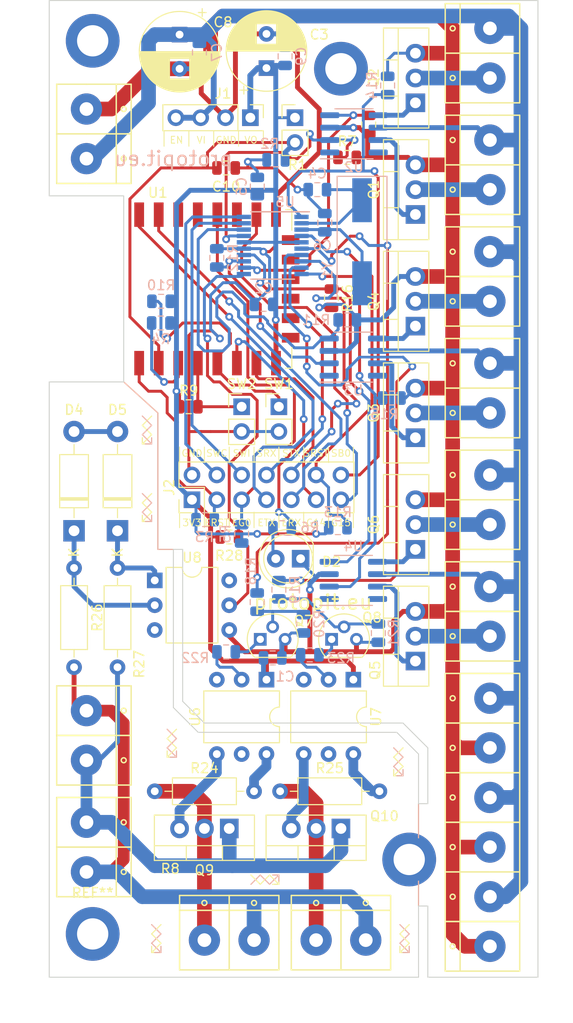
<source format=kicad_pcb>
(kicad_pcb (version 20190905) (host pcbnew "(5.99.0-179-g9339afcc2)")
  (layers (0 "F.Cu" signal) (31 "B.Cu" signal) (34 "B.Paste" user) (35 "F.Paste" user) (36 "B.SilkS" user) (37 "F.SilkS" user) (38 "B.Mask" user) (39 "F.Mask" user) (44 "Edge.Cuts" user))
  (net 0 "")
  (net 1 "GND")
  (net 2 "+3V3")
  (net 3 "Net-(C4-Pad1)")
  (net 4 "Net-(C6-Pad1)")
  (net 5 "VDD")
  (net 6 "Net-(D2-Pad2)")
  (net 7 "Net-(D4-Pad2)")
  (net 8 "Net-(D4-Pad1)")
  (net 9 "Net-(D5-Pad1)")
  (net 10 "/LINE1")
  (net 11 "/BOOT0")
  (net 12 "Net-(J2-Pad13)")
  (net 13 "/RST")
  (net 14 "Net-(J2-Pad11)")
  (net 15 "/ESP_RX")
  (net 16 "/ESP_TX")
  (net 17 "/SWCLK")
  (net 18 "/ESP_GP0")
  (net 19 "/SWDIO")
  (net 20 "/ESP_RST")
  (net 21 "Net-(J6-Pad1)")
  (net 22 "Net-(J8-Pad1)")
  (net 23 "Net-(J12-Pad1)")
  (net 24 "Net-(J14-Pad1)")
  (net 25 "Net-(J18-Pad1)")
  (net 26 "Net-(J20-Pad1)")
  (net 27 "/LINE2")
  (net 28 "Net-(J25-Pad1)")
  (net 29 "Net-(J27-Pad1)")
  (net 30 "Net-(Q1-Pad1)")
  (net 31 "Net-(Q2-Pad1)")
  (net 32 "Net-(Q3-Pad1)")
  (net 33 "Net-(Q4-Pad1)")
  (net 34 "Net-(Q5-Pad1)")
  (net 35 "Net-(Q6-Pad1)")
  (net 36 "Net-(Q7-Pad1)")
  (net 37 "Net-(Q7-Pad2)")
  (net 38 "Net-(Q8-Pad1)")
  (net 39 "Net-(Q8-Pad2)")
  (net 40 "Net-(Q9-Pad3)")
  (net 41 "Net-(Q10-Pad3)")
  (net 42 "Net-(R4-Pad1)")
  (net 43 "/TIM3_CH1")
  (net 44 "Net-(R9-Pad2)")
  (net 45 "Net-(R10-Pad2)")
  (net 46 "/TIM3_CH2")
  (net 47 "/TIM14_CH1")
  (net 48 "/TIM3_CH4")
  (net 49 "/GPO1")
  (net 50 "/GPO2")
  (net 51 "Net-(R22-Pad1)")
  (net 52 "Net-(R23-Pad1)")
  (net 53 "Net-(R24-Pad2)")
  (net 54 "Net-(R25-Pad2)")
  (net 55 "/AC_SYNC")
  (net 56 "Net-(U1-Pad20)")
  (net 57 "Net-(U1-Pad19)")
  (net 58 "Net-(U1-Pad17)")
  (net 59 "Net-(U1-Pad14)")
  (net 60 "Net-(U1-Pad13)")
  (net 61 "Net-(U1-Pad10)")
  (net 62 "Net-(U1-Pad9)")
  (net 63 "Net-(U2-Pad8)_1")
  (net 64 "Net-(U2-Pad1)_1")
  (net 65 "Net-(U3-Pad8)_1")
  (net 66 "Net-(U3-Pad1)_1")
  (net 67 "Net-(U4-Pad8)_1")
  (net 68 "Net-(U4-Pad1)_1")
  (net 69 "Net-(U6-Pad3)")
  (net 70 "Net-(U6-Pad5)")
  (net 71 "Net-(U7-Pad3)")
  (net 72 "Net-(U7-Pad5)")
  (net 73 "Net-(U8-Pad6)")
  (net 74 "Net-(U8-Pad3)")
  (net 75 "Net-(R6-Pad2)")
  (net 76 "Net-(U1-Pad12)")
  (net 77 "Net-(U1-Pad11)")
  (net 78 "/TX")
  (net 79 "/RX")
  (net 80 "/TIM1_CH2")
  (net 81 "/TIM1_CH3")
  (net 82 "Net-(C10-Pad1)")
  (module "Connector_PinHeader_2.54mm:PinHeader_1x04_P2.54mm_Vertical" (layer "F.Cu") (at 138.049 64.389 -90)
    (fp_text reference "J1" (at -2.4765 2.794) (layer "F.SilkS"))
    (fp_text value "DCDC")
    (pad "4" thru_hole oval (at 0 7.62 270) (size 1.7 1.7) (drill 1) (layers *.Cu *.Mask) (net 5 "VDD"))
    (pad "3" thru_hole oval (at 0 5.08 270) (size 1.7 1.7) (drill 1) (layers *.Cu *.Mask) (net 5 "VDD"))
    (pad "2" thru_hole oval (at 0 2.54 270) (size 1.7 1.7) (drill 1) (layers *.Cu *.Mask) (net 1 "GND"))
    (pad "1" thru_hole rect (at 0 0 270) (size 1.7 1.7) (drill 1) (layers *.Cu *.Mask) (net 2 "+3V3"))
  )
  (module "Resistor_SMD:R_0805_2012Metric" (layer "B.Cu") (at 147.0025 106.3625)
    (fp_text reference "R13" (at 0 -1.5875) (layer "B.SilkS") (effects (justify mirror)))
    (fp_text value "10k")
    (pad "2" smd roundrect (at 0.9375 0) (size 0.975 1.4) (layers "B.Cu" "B.Paste" "B.Mask") (net 13 "/RST"))
    (pad "1" smd roundrect (at -0.9375 0) (size 0.975 1.4) (layers "B.Cu" "B.Paste" "B.Mask") (net 2 "+3V3"))
  )
  (module "Connector_PinHeader_2.54mm:PinHeader_2x07_P2.54mm_Vertical" (layer "F.Cu") (at 132.08 103.505 90)
    (fp_text reference "J2" (at 1.27 -2.33 90) (layer "F.SilkS"))
    (fp_text value "DEBUG")
    (pad "14" thru_hole oval (at 2.54 15.24 90) (size 1.7 1.7) (drill 1) (layers *.Cu *.Mask) (net 11 "/BOOT0"))
    (pad "13" thru_hole oval (at 0 15.24 90) (size 1.7 1.7) (drill 1) (layers *.Cu *.Mask) (net 12 "Net-(J2-Pad13)"))
    (pad "12" thru_hole oval (at 2.54 12.7 90) (size 1.7 1.7) (drill 1) (layers *.Cu *.Mask) (net 13 "/RST"))
    (pad "11" thru_hole oval (at 0 12.7 90) (size 1.7 1.7) (drill 1) (layers *.Cu *.Mask) (net 14 "Net-(J2-Pad11)"))
    (pad "10" thru_hole oval (at 2.54 10.16 90) (size 1.7 1.7) (drill 1) (layers *.Cu *.Mask) (net 78 "/TX"))
    (pad "9" thru_hole oval (at 0 10.16 90) (size 1.7 1.7) (drill 1) (layers *.Cu *.Mask) (net 15 "/ESP_RX"))
    (pad "8" thru_hole oval (at 2.54 7.62 90) (size 1.7 1.7) (drill 1) (layers *.Cu *.Mask) (net 79 "/RX"))
    (pad "7" thru_hole oval (at 0 7.62 90) (size 1.7 1.7) (drill 1) (layers *.Cu *.Mask) (net 16 "/ESP_TX"))
    (pad "6" thru_hole oval (at 2.54 5.08 90) (size 1.7 1.7) (drill 1) (layers *.Cu *.Mask) (net 19 "/SWDIO"))
    (pad "5" thru_hole oval (at 0 5.08 90) (size 1.7 1.7) (drill 1) (layers *.Cu *.Mask) (net 18 "/ESP_GP0"))
    (pad "4" thru_hole oval (at 2.54 2.54 90) (size 1.7 1.7) (drill 1) (layers *.Cu *.Mask) (net 17 "/SWCLK"))
    (pad "3" thru_hole oval (at 0 2.54 90) (size 1.7 1.7) (drill 1) (layers *.Cu *.Mask) (net 20 "/ESP_RST"))
    (pad "2" thru_hole oval (at 2.54 0 90) (size 1.7 1.7) (drill 1) (layers *.Cu *.Mask) (net 1 "GND"))
    (pad "1" thru_hole rect (at 0 0 90) (size 1.7 1.7) (drill 1) (layers *.Cu *.Mask) (net 2 "+3V3"))
  )
  (module "Resistor_SMD:R_0805_2012Metric" (layer "B.Cu") (at 137.16 106.9975 -90)
    (fp_text reference "R5" (at 0 1.65 90) (layer "B.SilkS") (effects (justify mirror)))
    (fp_text value "4.7k")
    (pad "2" smd roundrect (at 0.9375 0 270) (size 0.975 1.4) (layers "B.Cu" "B.Paste" "B.Mask") (net 2 "+3V3"))
    (pad "1" smd roundrect (at -0.9375 0 270) (size 0.975 1.4) (layers "B.Cu" "B.Paste" "B.Mask") (net 18 "/ESP_GP0"))
  )
  (module "RF_Module:ESP-12E" (layer "F.Cu") (at 130.175 81.915 90)
    (fp_text reference "U1" (at 9.8425 -1.5875) (layer "F.SilkS"))
    (fp_text value "ESP-12E")
    (pad "22" smd rect (at 7.6 -3.5 90) (size 2.5 1) (layers "F.Cu" "F.Paste" "F.Mask") (net 16 "/ESP_TX"))
    (pad "21" smd rect (at 7.6 -1.5 90) (size 2.5 1) (layers "F.Cu" "F.Paste" "F.Mask") (net 15 "/ESP_RX"))
    (pad "20" smd rect (at 7.6 0.5 90) (size 2.5 1) (layers "F.Cu" "F.Paste" "F.Mask") (net 56 "Net-(U1-Pad20)"))
    (pad "19" smd rect (at 7.6 2.5 90) (size 2.5 1) (layers "F.Cu" "F.Paste" "F.Mask") (net 57 "Net-(U1-Pad19)"))
    (pad "18" smd rect (at 7.6 4.5 90) (size 2.5 1) (layers "F.Cu" "F.Paste" "F.Mask") (net 18 "/ESP_GP0"))
    (pad "17" smd rect (at 7.6 6.5 90) (size 2.5 1) (layers "F.Cu" "F.Paste" "F.Mask") (net 58 "Net-(U1-Pad17)"))
    (pad "16" smd rect (at 7.6 8.5 90) (size 2.5 1) (layers "F.Cu" "F.Paste" "F.Mask") (net 12 "Net-(J2-Pad13)"))
    (pad "15" smd rect (at 7.6 10.5 90) (size 2.5 1) (layers "F.Cu" "F.Paste" "F.Mask") (net 1 "GND"))
    (pad "14" smd rect (at 5 12 90) (size 1 1.8) (layers "F.Cu" "F.Paste" "F.Mask") (net 59 "Net-(U1-Pad14)"))
    (pad "13" smd rect (at 3 12 90) (size 1 1.8) (layers "F.Cu" "F.Paste" "F.Mask") (net 60 "Net-(U1-Pad13)"))
    (pad "12" smd rect (at 1 12 90) (size 1 1.8) (layers "F.Cu" "F.Paste" "F.Mask") (net 76 "Net-(U1-Pad12)"))
    (pad "11" smd rect (at -1 12 90) (size 1 1.8) (layers "F.Cu" "F.Paste" "F.Mask") (net 77 "Net-(U1-Pad11)"))
    (pad "10" smd rect (at -3 12 90) (size 1 1.8) (layers "F.Cu" "F.Paste" "F.Mask") (net 61 "Net-(U1-Pad10)"))
    (pad "9" smd rect (at -5 12 90) (size 1 1.8) (layers "F.Cu" "F.Paste" "F.Mask") (net 62 "Net-(U1-Pad9)"))
    (pad "8" smd rect (at -7.6 10.5 90) (size 2.5 1) (layers "F.Cu" "F.Paste" "F.Mask") (net 2 "+3V3"))
    (pad "7" smd rect (at -7.6 8.5 90) (size 2.5 1) (layers "F.Cu" "F.Paste" "F.Mask") (net 14 "Net-(J2-Pad11)"))
    (pad "6" smd rect (at -7.6 6.5 90) (size 2.5 1) (layers "F.Cu" "F.Paste" "F.Mask") (net 75 "Net-(R6-Pad2)"))
    (pad "5" smd rect (at -7.6 4.5 90) (size 2.5 1) (layers "F.Cu" "F.Paste" "F.Mask") (net 45 "Net-(R10-Pad2)"))
    (pad "4" smd rect (at -7.6 2.5 90) (size 2.5 1) (layers "F.Cu" "F.Paste" "F.Mask") (net 44 "Net-(R9-Pad2)"))
    (pad "3" smd rect (at -7.6 0.5 90) (size 2.5 1) (layers "F.Cu" "F.Paste" "F.Mask") (net 42 "Net-(R4-Pad1)"))
    (pad "2" smd rect (at -7.6 -1.5 90) (size 2.5 1) (layers "F.Cu" "F.Paste" "F.Mask") (net 82 "Net-(C10-Pad1)"))
    (pad "1" smd rect (at -7.6 -3.5 90) (size 2.5 1) (layers "F.Cu" "F.Paste" "F.Mask") (net 20 "/ESP_RST"))
  )
  (module "Capacitor_SMD:C_0805_2012Metric" (layer "F.Cu") (at 135.5725 69.5325)
    (fp_text reference "C10" (at 0 1.905) (layer "F.SilkS"))
    (fp_text value "10p")
    (pad "2" smd roundrect (at 0.9375 0) (size 0.975 1.4) (layers "F.Cu" "F.Paste" "F.Mask") (net 1 "GND"))
    (pad "1" smd roundrect (at -0.9375 0) (size 0.975 1.4) (layers "F.Cu" "F.Paste" "F.Mask") (net 82 "Net-(C10-Pad1)"))
  )
  (module "Capacitor_SMD:C_0805_2012Metric" (layer "B.Cu") (at 140.335 119.6975)
    (fp_text reference "C1" (at 1.27 1.905) (layer "B.SilkS") (effects (justify mirror)))
    (fp_text value "100n")
    (pad "2" smd roundrect (at 0.9375 0) (size 0.975 1.4) (layers "B.Cu" "B.Paste" "B.Mask") (net 1 "GND"))
    (pad "1" smd roundrect (at -0.9375 0) (size 0.975 1.4) (layers "B.Cu" "B.Paste" "B.Mask") (net 2 "+3V3"))
  )
  (module "Capacitor_SMD:C_0805_2012Metric" (layer "B.Cu") (at 139.3975 83.5025 180)
    (fp_text reference "C2" (at 0 1.65) (layer "B.SilkS") (effects (justify mirror)))
    (fp_text value "100n")
    (pad "2" smd roundrect (at 0.9375 0 180) (size 0.975 1.4) (layers "B.Cu" "B.Paste" "B.Mask") (net 1 "GND"))
    (pad "1" smd roundrect (at -0.9375 0 180) (size 0.975 1.4) (layers "B.Cu" "B.Paste" "B.Mask") (net 2 "+3V3"))
  )
  (module "Capacitor_THT:CP_Radial_D8.0mm_P3.50mm" (layer "F.Cu") (at 139.7 59.309 90)
    (fp_text reference "C3" (at 3.429 5.3975 180) (layer "F.SilkS"))
    (fp_text value "470uF")
    (pad "2" thru_hole circle (at 3.5 0 90) (size 1.6 1.6) (drill 0.8) (layers *.Cu *.Mask) (net 1 "GND"))
    (pad "1" thru_hole rect (at 0 0 90) (size 1.6 1.6) (drill 0.8) (layers *.Cu *.Mask) (net 2 "+3V3"))
  )
  (module "Capacitor_SMD:C_0805_2012Metric" (layer "B.Cu") (at 138.7625 71.4375 90)
    (fp_text reference "C5" (at 0 -1.6025 90) (layer "B.SilkS") (effects (justify mirror)))
    (fp_text value "100n")
    (pad "2" smd roundrect (at 0.9375 0 90) (size 0.975 1.4) (layers "B.Cu" "B.Paste" "B.Mask") (net 1 "GND"))
    (pad "1" smd roundrect (at -0.9375 0 90) (size 0.975 1.4) (layers "B.Cu" "B.Paste" "B.Mask") (net 2 "+3V3"))
  )
  (module "Capacitor_SMD:C_0805_2012Metric" (layer "B.Cu") (at 145.669 75.1355 90)
    (fp_text reference "C6" (at -2.3345 -0.254 180) (layer "B.SilkS") (effects (justify mirror)))
    (fp_text value "20pF")
    (pad "2" smd roundrect (at 0.9375 0 90) (size 0.975 1.4) (layers "B.Cu" "B.Paste" "B.Mask") (net 1 "GND"))
    (pad "1" smd roundrect (at -0.9375 0 90) (size 0.975 1.4) (layers "B.Cu" "B.Paste" "B.Mask") (net 4 "Net-(C6-Pad1)"))
  )
  (module "Capacitor_SMD:C_0805_2012Metric" (layer "B.Cu") (at 132.842 57.7065 -90)
    (fp_text reference "C7" (at 0 -1.778 90) (layer "B.SilkS") (effects (justify mirror)))
    (fp_text value "100n")
    (pad "2" smd roundrect (at 0.9375 0 270) (size 0.975 1.4) (layers "B.Cu" "B.Paste" "B.Mask") (net 1 "GND"))
    (pad "1" smd roundrect (at -0.9375 0 270) (size 0.975 1.4) (layers "B.Cu" "B.Paste" "B.Mask") (net 5 "VDD"))
  )
  (module "Capacitor_THT:CP_Radial_D8.0mm_P3.50mm" (layer "F.Cu") (at 130.81 55.88 -90)
    (fp_text reference "C8" (at -1.27 -4.445 180) (layer "F.SilkS"))
    (fp_text value "470uF")
    (pad "2" thru_hole circle (at 3.5 0 270) (size 1.6 1.6) (drill 0.8) (layers *.Cu *.Mask) (net 1 "GND"))
    (pad "1" thru_hole rect (at 0 0 270) (size 1.6 1.6) (drill 0.8) (layers *.Cu *.Mask) (net 5 "VDD"))
  )
  (module "LED_THT:LED_D5.0mm" (layer "F.Cu") (at 143.1925 109.5375 180)
    (fp_text reference "D2" (at -3.175 -0.3175) (layer "F.SilkS"))
    (fp_text value "LED")
    (pad "2" thru_hole circle (at 2.54 0 180) (size 1.8 1.8) (drill 0.9) (layers *.Cu *.Mask) (net 6 "Net-(D2-Pad2)"))
    (pad "1" thru_hole rect (at 0 0 180) (size 1.8 1.8) (drill 0.9) (layers *.Cu *.Mask) (net 1 "GND"))
  )
  (module "Diode_THT:D_DO-41_SOD81_P10.16mm_Horizontal" (layer "F.Cu") (at 120.015 106.68 90)
    (fp_text reference "D4" (at 12.3825 0 180) (layer "F.SilkS"))
    (fp_text value "1N47xxA")
    (fp_text user "K" (at -2.2225 0 90) (layer "F.SilkS"))
    (fp_text user "K" (at -2.2225 0 90) (layer "F.SilkS"))
    (pad "2" thru_hole oval (at 10.16 0 90) (size 2.2 2.2) (drill 1.1) (layers *.Cu *.Mask) (net 7 "Net-(D4-Pad2)"))
    (pad "1" thru_hole rect (at 0 0 90) (size 2.2 2.2) (drill 1.1) (layers *.Cu *.Mask) (net 8 "Net-(D4-Pad1)"))
  )
  (module "Diode_THT:D_DO-41_SOD81_P10.16mm_Horizontal" (layer "F.Cu") (at 124.46 106.68 90)
    (fp_text reference "D5" (at 12.3825 0 180) (layer "F.SilkS"))
    (fp_text value "1N47xxA")
    (fp_text user "K" (at -2.2225 0 90) (layer "F.SilkS"))
    (fp_text user "K" (at -2.2225 0 90) (layer "F.SilkS"))
    (pad "2" thru_hole oval (at 10.16 0 90) (size 2.2 2.2) (drill 1.1) (layers *.Cu *.Mask) (net 7 "Net-(D4-Pad2)"))
    (pad "1" thru_hole rect (at 0 0 90) (size 2.2 2.2) (drill 1.1) (layers *.Cu *.Mask) (net 9 "Net-(D5-Pad1)"))
  )
  (module "connectors:1PIN_DG306" (layer "F.Cu") (at 162.56 100.965 -90)
    (fp_text reference "J3" hide)
    (fp_text value "VPP")
    (pad "1" thru_hole circle (at 0 0 270) (size 3.2 3.2) (drill 1.4) (layers *.Cu *.Mask) (net 5 "VDD"))
  )
  (module "connectors:1PIN_DG306" (layer "F.Cu") (at 162.56 139.065 -90)
    (fp_text reference "J4" hide)
    (fp_text value "PASSIVE_OUT")
    (pad "1" thru_hole circle (at 0 0 270) (size 3.2 3.2) (drill 1.4) (layers *.Cu *.Mask) (net 1 "GND"))
  )
  (module "connectors:1PIN_DG306" (layer "F.Cu") (at 162.56 123.825 -90)
    (fp_text reference "J5" hide)
    (fp_text value "VPP")
    (pad "1" thru_hole circle (at 0 0 270) (size 3.2 3.2) (drill 1.4) (layers *.Cu *.Mask) (net 5 "VDD"))
  )
  (module "connectors:1PIN_DG306" (layer "F.Cu") (at 162.56 71.755 -90)
    (fp_text reference "J6" hide)
    (fp_text value "OUT")
    (pad "1" thru_hole circle (at 0 0 270) (size 3.2 3.2) (drill 1.4) (layers *.Cu *.Mask) (net 21 "Net-(J6-Pad1)"))
  )
  (module "connectors:1PIN_DG306" (layer "F.Cu") (at 162.56 144.145 -90)
    (fp_text reference "J7" hide)
    (fp_text value "VPP")
    (pad "1" thru_hole circle (at 0 0 270) (size 3.2 3.2) (drill 1.4) (layers *.Cu *.Mask) (net 5 "VDD"))
  )
  (module "connectors:1PIN_DG306" (layer "F.Cu") (at 162.56 112.395 -90)
    (fp_text reference "J9" hide)
    (fp_text value "VPP")
    (pad "1" thru_hole circle (at 0 0 270) (size 3.2 3.2) (drill 1.4) (layers *.Cu *.Mask) (net 5 "VDD"))
  )
  (module "connectors:1PIN_DG306" (layer "F.Cu") (at 162.56 128.905 -90)
    (fp_text reference "J10" hide)
    (fp_text value "PASSIVE_OUT")
    (pad "1" thru_hole circle (at 0 0 270) (size 3.2 3.2) (drill 1.4) (layers *.Cu *.Mask) (net 1 "GND"))
  )
  (module "connectors:1PIN_DG306" (layer "F.Cu") (at 162.56 55.245 -90)
    (fp_text reference "J11" hide)
    (fp_text value "VPP")
    (pad "1" thru_hole circle (at 0 0 270) (size 3.2 3.2) (drill 1.4) (layers *.Cu *.Mask) (net 5 "VDD"))
  )
  (module "connectors:1PIN_DG306" (layer "F.Cu") (at 162.56 94.615 -90)
    (fp_text reference "J12" hide)
    (fp_text value "OUT")
    (pad "1" thru_hole circle (at 0 0 270) (size 3.2 3.2) (drill 1.4) (layers *.Cu *.Mask) (net 23 "Net-(J12-Pad1)"))
  )
  (module "connectors:1PIN_DG306" (layer "F.Cu") (at 162.56 66.675 -90)
    (fp_text reference "J13" hide)
    (fp_text value "VPP")
    (pad "1" thru_hole circle (at 0 0 270) (size 3.2 3.2) (drill 1.4) (layers *.Cu *.Mask) (net 5 "VDD"))
  )
  (module "connectors:1PIN_DG306" (layer "F.Cu") (at 162.56 83.185 -90)
    (fp_text reference "J14" hide)
    (fp_text value "OUT")
    (pad "1" thru_hole circle (at 0 0 270) (size 3.2 3.2) (drill 1.4) (layers *.Cu *.Mask) (net 24 "Net-(J14-Pad1)"))
  )
  (module "connectors:1PIN_DG306" (layer "F.Cu") (at 162.56 133.985 -90)
    (fp_text reference "J15" hide)
    (fp_text value "VPP")
    (pad "1" thru_hole circle (at 0 0 270) (size 3.2 3.2) (drill 1.4) (layers *.Cu *.Mask) (net 5 "VDD"))
  )
  (module "connectors:1PIN_DG306" (layer "F.Cu") (at 162.56 149.225 -90)
    (fp_text reference "J16" hide)
    (fp_text value "PASSIVE_OUT")
    (pad "1" thru_hole circle (at 0 0 270) (size 3.2 3.2) (drill 1.4) (layers *.Cu *.Mask) (net 1 "GND"))
  )
  (module "connectors:1PIN_DG306" (layer "F.Cu") (at 162.56 89.535 -90)
    (fp_text reference "J17" hide)
    (fp_text value "VPP")
    (pad "1" thru_hole circle (at 0 0 270) (size 3.2 3.2) (drill 1.4) (layers *.Cu *.Mask) (net 5 "VDD"))
  )
  (module "connectors:1PIN_DG306" (layer "F.Cu") (at 162.56 117.475 -90)
    (fp_text reference "J18" hide)
    (fp_text value "OUT")
    (pad "1" thru_hole circle (at 0 0 270) (size 3.2 3.2) (drill 1.4) (layers *.Cu *.Mask) (net 25 "Net-(J18-Pad1)"))
  )
  (module "connectors:1PIN_DG306" (layer "F.Cu") (at 162.56 78.105 -90)
    (fp_text reference "J19" hide)
    (fp_text value "VPP")
    (pad "1" thru_hole circle (at 0 0 270) (size 3.2 3.2) (drill 1.4) (layers *.Cu *.Mask) (net 5 "VDD"))
  )
  (module "connectors:1PIN_DG306" (layer "F.Cu") (at 162.56 106.045 -90)
    (fp_text reference "J20" hide)
    (fp_text value "OUT")
    (pad "1" thru_hole circle (at 0 0 270) (size 3.2 3.2) (drill 1.4) (layers *.Cu *.Mask) (net 26 "Net-(J20-Pad1)"))
  )
  (module "connectors:1PIN_DG306" (layer "F.Cu") (at 121.285 141.605 90)
    (fp_text reference "J21" hide)
    (fp_text value "LINE1_IN")
    (pad "1" thru_hole circle (at 0 0 90) (size 3.2 3.2) (drill 1.4) (layers *.Cu *.Mask) (net 10 "/LINE1"))
  )
  (module "connectors:1PIN_DG306" (layer "F.Cu") (at 121.285 136.525 90)
    (fp_text reference "J22" hide)
    (fp_text value "LINE2_IN")
    (pad "1" thru_hole circle (at 0 0 90) (size 3.2 3.2) (drill 1.4) (layers *.Cu *.Mask) (net 27 "/LINE2"))
  )
  (module "connectors:1PIN_DG306" (layer "F.Cu") (at 138.43 148.59 180)
    (fp_text reference "J24" hide)
    (fp_text value "HV_LINE")
    (pad "1" thru_hole circle (at 0 0 180) (size 3.2 3.2) (drill 1.4) (layers *.Cu *.Mask) (net 10 "/LINE1"))
  )
  (module "connectors:1PIN_DG306" (layer "F.Cu") (at 133.35 148.59 180)
    (fp_text reference "J25" hide)
    (fp_text value "HV_OUT")
    (pad "1" thru_hole circle (at 0 0 180) (size 3.2 3.2) (drill 1.4) (layers *.Cu *.Mask) (net 28 "Net-(J25-Pad1)"))
  )
  (module "connectors:1PIN_DG306" (layer "F.Cu") (at 149.86 148.59 180)
    (fp_text reference "J26" hide)
    (fp_text value "HV_LINE")
    (pad "1" thru_hole circle (at 0 0 180) (size 3.2 3.2) (drill 1.4) (layers *.Cu *.Mask) (net 10 "/LINE1"))
  )
  (module "connectors:1PIN_DG306" (layer "F.Cu") (at 144.78 148.59 180)
    (fp_text reference "J27" hide)
    (fp_text value "HV_OUT")
    (pad "1" thru_hole circle (at 0 0 180) (size 3.2 3.2) (drill 1.4) (layers *.Cu *.Mask) (net 29 "Net-(J27-Pad1)"))
  )
  (module "connectors:1PIN_DG306" (layer "F.Cu") (at 121.285 125.095 90)
    (fp_text reference "J28" hide)
    (fp_text value "PSU_LINE1")
    (pad "1" thru_hole circle (at 0 0 90) (size 3.2 3.2) (drill 1.4) (layers *.Cu *.Mask) (net 10 "/LINE1"))
  )
  (module "connectors:1PIN_DG306" (layer "F.Cu") (at 121.285 130.175 90)
    (fp_text reference "J29" hide)
    (fp_text value "PSU_LINE2")
    (pad "1" thru_hole circle (at 0 0 90) (size 3.2 3.2) (drill 1.4) (layers *.Cu *.Mask) (net 27 "/LINE2"))
  )
  (module "connectors:1PIN_DG306" (layer "F.Cu") (at 121.285 63.5 90)
    (fp_text reference "J31" hide)
    (fp_text value "PSU_GND")
    (pad "1" thru_hole circle (at 0 0 90) (size 3.2 3.2) (drill 1.4) (layers *.Cu *.Mask) (net 1 "GND"))
  )
  (module "connectors:1PIN_DG306" (layer "F.Cu") (at 121.285 68.58 90)
    (fp_text reference "J32" hide)
    (fp_text value "PSU_VOUT")
    (pad "1" thru_hole circle (at 0 0 90) (size 3.2 3.2) (drill 1.4) (layers *.Cu *.Mask) (net 5 "VDD"))
  )
  (module "Package_TO_SOT_THT:TO-220-3_Vertical" (layer "F.Cu") (at 154.94 62.865 90)
    (fp_text reference "Q2" (at 2.54 -4.27 90) (layer "F.SilkS"))
    (fp_text value "IRF540N")
    (pad "3" thru_hole oval (at 5.08 0 90) (size 1.905 2) (drill 1.1) (layers *.Cu *.Mask) (net 1 "GND"))
    (pad "2" thru_hole oval (at 2.54 0 90) (size 1.905 2) (drill 1.1) (layers *.Cu *.Mask) (net 22 "Net-(J8-Pad1)"))
    (pad "1" thru_hole rect (at 0 0 90) (size 1.905 2) (drill 1.1) (layers *.Cu *.Mask) (net 31 "Net-(Q2-Pad1)"))
  )
  (module "Package_TO_SOT_THT:TO-220-3_Vertical" (layer "F.Cu") (at 154.94 85.725 90)
    (fp_text reference "Q4" (at 2.54 -4.27 90) (layer "F.SilkS"))
    (fp_text value "IRF540N")
    (pad "3" thru_hole oval (at 5.08 0 90) (size 1.905 2) (drill 1.1) (layers *.Cu *.Mask) (net 1 "GND"))
    (pad "2" thru_hole oval (at 2.54 0 90) (size 1.905 2) (drill 1.1) (layers *.Cu *.Mask) (net 24 "Net-(J14-Pad1)"))
    (pad "1" thru_hole rect (at 0 0 90) (size 1.905 2) (drill 1.1) (layers *.Cu *.Mask) (net 33 "Net-(Q4-Pad1)"))
  )
  (module "Package_TO_SOT_THT:TO-220-3_Vertical" (layer "F.Cu") (at 154.94 120.015 90)
    (fp_text reference "Q5" (at -0.9525 -4.1275 270) (layer "F.SilkS"))
    (fp_text value "IRF540N")
    (pad "3" thru_hole oval (at 5.08 0 90) (size 1.905 2) (drill 1.1) (layers *.Cu *.Mask) (net 1 "GND"))
    (pad "2" thru_hole oval (at 2.54 0 90) (size 1.905 2) (drill 1.1) (layers *.Cu *.Mask) (net 25 "Net-(J18-Pad1)"))
    (pad "1" thru_hole rect (at 0 0 90) (size 1.905 2) (drill 1.1) (layers *.Cu *.Mask) (net 34 "Net-(Q5-Pad1)"))
  )
  (module "Package_TO_SOT_THT:TO-220-3_Vertical" (layer "F.Cu") (at 154.94 108.585 90)
    (fp_text reference "Q6" (at 2.54 -4.27 90) (layer "F.SilkS"))
    (fp_text value "IRF540N")
    (pad "3" thru_hole oval (at 5.08 0 90) (size 1.905 2) (drill 1.1) (layers *.Cu *.Mask) (net 1 "GND"))
    (pad "2" thru_hole oval (at 2.54 0 90) (size 1.905 2) (drill 1.1) (layers *.Cu *.Mask) (net 26 "Net-(J20-Pad1)"))
    (pad "1" thru_hole rect (at 0 0 90) (size 1.905 2) (drill 1.1) (layers *.Cu *.Mask) (net 35 "Net-(Q6-Pad1)"))
  )
  (module "Package_TO_SOT_THT:TO-92" (layer "F.Cu") (at 139.065 117.7925)
    (fp_text reference "Q7" (at 4.445 -1.905) (layer "F.SilkS"))
    (fp_text value "BC549")
    (pad "1" thru_hole rect (at 0 0 90) (size 1.3 1.3) (drill 0.75) (layers *.Cu *.Mask) (net 36 "Net-(Q7-Pad1)"))
    (pad "3" thru_hole circle (at 2.54 0 90) (size 1.3 1.3) (drill 0.75) (layers *.Cu *.Mask) (net 1 "GND"))
    (pad "2" thru_hole circle (at 1.27 -1.27 90) (size 1.3 1.3) (drill 0.75) (layers *.Cu *.Mask) (net 37 "Net-(Q7-Pad2)"))
  )
  (module "Package_TO_SOT_THT:TO-92" (layer "F.Cu") (at 146.3675 117.7925)
    (fp_text reference "Q8" (at 4.1275 -2.2225) (layer "F.SilkS"))
    (fp_text value "BC549")
    (pad "1" thru_hole rect (at 0 0 90) (size 1.3 1.3) (drill 0.75) (layers *.Cu *.Mask) (net 38 "Net-(Q8-Pad1)"))
    (pad "3" thru_hole circle (at 2.54 0 90) (size 1.3 1.3) (drill 0.75) (layers *.Cu *.Mask) (net 1 "GND"))
    (pad "2" thru_hole circle (at 1.27 -1.27 90) (size 1.3 1.3) (drill 0.75) (layers *.Cu *.Mask) (net 39 "Net-(Q8-Pad2)"))
  )
  (module "Package_TO_SOT_THT:TO-220-3_Vertical" (layer "F.Cu") (at 135.89 137.16 180)
    (fp_text reference "Q9" (at 2.54 -4.27) (layer "F.SilkS"))
    (fp_text value "BT136-600")
    (pad "3" thru_hole oval (at 5.08 0 180) (size 1.905 2) (drill 1.1) (layers *.Cu *.Mask) (net 40 "Net-(Q9-Pad3)"))
    (pad "2" thru_hole oval (at 2.54 0 180) (size 1.905 2) (drill 1.1) (layers *.Cu *.Mask) (net 28 "Net-(J25-Pad1)"))
    (pad "1" thru_hole rect (at 0 0 180) (size 1.905 2) (drill 1.1) (layers *.Cu *.Mask) (net 27 "/LINE2"))
  )
  (module "Package_TO_SOT_THT:TO-220-3_Vertical" (layer "F.Cu") (at 147.32 137.16 180)
    (fp_text reference "Q10" (at -4.445 1.27) (layer "F.SilkS"))
    (fp_text value "BT136-600")
    (pad "3" thru_hole oval (at 5.08 0 180) (size 1.905 2) (drill 1.1) (layers *.Cu *.Mask) (net 41 "Net-(Q10-Pad3)"))
    (pad "2" thru_hole oval (at 2.54 0 180) (size 1.905 2) (drill 1.1) (layers *.Cu *.Mask) (net 29 "Net-(J27-Pad1)"))
    (pad "1" thru_hole rect (at 0 0 180) (size 1.905 2) (drill 1.1) (layers *.Cu *.Mask) (net 27 "/LINE2"))
  )
  (module "Resistor_SMD:R_0805_2012Metric" (layer "B.Cu") (at 140.6675 68.707 180)
    (fp_text reference "R2" (at 0.65 1.65) (layer "B.SilkS") (effects (justify mirror)))
    (fp_text value "150k")
    (pad "2" smd roundrect (at 0.9375 0 180) (size 0.9 1.4) (layers "B.Cu" "B.Paste" "B.Mask") (net 1 "GND"))
    (pad "1" smd roundrect (at -0.9375 0 180) (size 0.9 1.4) (layers "B.Cu" "B.Paste" "B.Mask") (net 82 "Net-(C10-Pad1)"))
  )
  (module "Resistor_SMD:R_0805_2012Metric" (layer "B.Cu") (at 133.4285 105.537 180)
    (fp_text reference "R3" (at 0.0785 -1.778) (layer "B.SilkS") (effects (justify mirror)))
    (fp_text value "4.7k")
    (pad "2" smd roundrect (at 0.9375 0 180) (size 0.975 1.4) (layers "B.Cu" "B.Paste" "B.Mask") (net 2 "+3V3"))
    (pad "1" smd roundrect (at -0.9375 0 180) (size 0.975 1.4) (layers "B.Cu" "B.Paste" "B.Mask") (net 20 "/ESP_RST"))
  )
  (module "Resistor_SMD:R_0805_2012Metric" (layer "B.Cu") (at 128.89 85.4075)
    (fp_text reference "R4" (at 0 1.65) (layer "B.SilkS") (effects (justify mirror)))
    (fp_text value "4.7k")
    (pad "2" smd roundrect (at 0.9375 0) (size 0.975 1.4) (layers "B.Cu" "B.Paste" "B.Mask") (net 2 "+3V3"))
    (pad "1" smd roundrect (at -0.9375 0) (size 0.975 1.4) (layers "B.Cu" "B.Paste" "B.Mask") (net 42 "Net-(R4-Pad1)"))
  )
  (module "Resistor_SMD:R_0805_2012Metric" (layer "B.Cu") (at 141.3025 106.3625)
    (fp_text reference "R6" (at 2.8425 0) (layer "B.SilkS") (effects (justify mirror)))
    (fp_text value "4.7k")
    (pad "2" smd roundrect (at 0.9375 0) (size 0.975 1.4) (layers "B.Cu" "B.Paste" "B.Mask") (net 75 "Net-(R6-Pad2)"))
    (pad "1" smd roundrect (at -0.9375 0) (size 0.975 1.4) (layers "B.Cu" "B.Paste" "B.Mask") (net 6 "Net-(D2-Pad2)"))
  )
  (module "Resistor_SMD:R_0805_2012Metric" (layer "F.Cu") (at 147.955 68.453)
    (fp_text reference "R7" (at 0 -1.65) (layer "F.SilkS"))
    (fp_text value "47k")
    (pad "2" smd roundrect (at 0.9375 0) (size 0.975 1.4) (layers "F.Cu" "F.Paste" "F.Mask") (net 1 "GND"))
    (pad "1" smd roundrect (at -0.9375 0) (size 0.975 1.4) (layers "F.Cu" "F.Paste" "F.Mask") (net 80 "/TIM1_CH2"))
  )
  (module "Resistor_SMD:R_0805_2012Metric" (layer "F.Cu") (at 150.1625 65.0875 -90)
    (fp_text reference "R8" (at 76.2 20.305 180) (layer "F.SilkS"))
    (fp_text value "47k")
    (pad "2" smd roundrect (at 0.9375 0 270) (size 0.975 1.4) (layers "F.Cu" "F.Paste" "F.Mask") (net 1 "GND"))
    (pad "1" smd roundrect (at -0.9375 0 270) (size 0.975 1.4) (layers "F.Cu" "F.Paste" "F.Mask") (net 43 "/TIM3_CH1"))
  )
  (module "Resistor_SMD:R_0805_2012Metric" (layer "F.Cu") (at 131.7475 93.98)
    (fp_text reference "R9" (at 0 -1.65 -180) (layer "F.SilkS"))
    (fp_text value "10k")
    (pad "2" smd roundrect (at 0.9375 0) (size 0.975 1.4) (layers "F.Cu" "F.Paste" "F.Mask") (net 44 "Net-(R9-Pad2)"))
    (pad "1" smd roundrect (at -0.9375 0) (size 0.975 1.4) (layers "F.Cu" "F.Paste" "F.Mask") (net 2 "+3V3"))
  )
  (module "Resistor_SMD:R_0805_2012Metric" (layer "B.Cu") (at 128.92 83.185 180)
    (fp_text reference "R10" (at 0 1.65) (layer "B.SilkS") (effects (justify mirror)))
    (fp_text value "10k")
    (pad "2" smd roundrect (at 0.9375 0 180) (size 0.975 1.4) (layers "B.Cu" "B.Paste" "B.Mask") (net 45 "Net-(R10-Pad2)"))
    (pad "1" smd roundrect (at -0.9375 0 180) (size 0.975 1.4) (layers "B.Cu" "B.Paste" "B.Mask") (net 2 "+3V3"))
  )
  (module "Resistor_SMD:R_0805_2012Metric" (layer "B.Cu") (at 147.97 85.09)
    (fp_text reference "R11" (at -3.19 0 180) (layer "B.SilkS") (effects (justify mirror)))
    (fp_text value "47k")
    (pad "2" smd roundrect (at 0.9375 0) (size 0.975 1.4) (layers "B.Cu" "B.Paste" "B.Mask") (net 1 "GND"))
    (pad "1" smd roundrect (at -0.9375 0) (size 0.975 1.4) (layers "B.Cu" "B.Paste" "B.Mask") (net 81 "/TIM1_CH3"))
  )
  (module "Resistor_SMD:R_0805_2012Metric" (layer "B.Cu") (at 134.62 78.74 90)
    (fp_text reference "R12" (at 0 1.65 90) (layer "B.SilkS") (effects (justify mirror)))
    (fp_text value "47k")
    (pad "2" smd roundrect (at 0.9375 0 90) (size 0.975 1.4) (layers "B.Cu" "B.Paste" "B.Mask") (net 1 "GND"))
    (pad "1" smd roundrect (at -0.9375 0 90) (size 0.975 1.4) (layers "B.Cu" "B.Paste" "B.Mask") (net 46 "/TIM3_CH2"))
  )
  (module "Resistor_SMD:R_0805_2012Metric" (layer "B.Cu") (at 152.0975 61.087 90)
    (fp_text reference "R14" (at 0 -1.6025 90) (layer "B.SilkS") (effects (justify mirror)))
    (fp_text value "10k")
    (pad "2" smd roundrect (at 0.9375 0 90) (size 0.975 1.4) (layers "B.Cu" "B.Paste" "B.Mask") (net 1 "GND"))
    (pad "1" smd roundrect (at -0.9375 0 90) (size 0.975 1.4) (layers "B.Cu" "B.Paste" "B.Mask") (net 11 "/BOOT0"))
  )
  (module "Resistor_SMD:R_0805_2012Metric" (layer "B.Cu") (at 152.527 93.091)
    (fp_text reference "R15" (at -0.762 1.65) (layer "B.SilkS") (effects (justify mirror)))
    (fp_text value "47k")
    (pad "2" smd roundrect (at 0.9375 0) (size 0.975 1.4) (layers "B.Cu" "B.Paste" "B.Mask") (net 1 "GND"))
    (pad "1" smd roundrect (at -0.9375 0) (size 0.975 1.4) (layers "B.Cu" "B.Paste" "B.Mask") (net 47 "/TIM14_CH1"))
  )
  (module "Resistor_SMD:R_0805_2012Metric" (layer "F.Cu") (at 146.3525 82.8675 -90)
    (fp_text reference "R16" (at 0 -1.65 90) (layer "F.SilkS"))
    (fp_text value "47k")
    (pad "2" smd roundrect (at 0.9375 0 270) (size 0.975 1.4) (layers "F.Cu" "F.Paste" "F.Mask") (net 1 "GND"))
    (pad "1" smd roundrect (at -0.9375 0 270) (size 0.975 1.4) (layers "F.Cu" "F.Paste" "F.Mask") (net 48 "/TIM3_CH4"))
  )
  (module "Resistor_SMD:R_0805_2012Metric" (layer "B.Cu") (at 138.7475 113.9825 90)
    (fp_text reference "R18" (at 3.175 -0.635 270) (layer "B.SilkS") (effects (justify mirror)))
    (fp_text value "1k")
    (pad "2" smd roundrect (at 0.9375 0 90) (size 0.975 1.4) (layers "B.Cu" "B.Paste" "B.Mask") (net 49 "/GPO1"))
    (pad "1" smd roundrect (at -0.9375 0 90) (size 0.975 1.4) (layers "B.Cu" "B.Paste" "B.Mask") (net 37 "Net-(Q7-Pad2)"))
  )
  (module "Resistor_SMD:R_0805_2012Metric" (layer "B.Cu") (at 140.97 112.7125 90)
    (fp_text reference "R19" (at 0 1.65 270) (layer "B.SilkS") (effects (justify mirror)))
    (fp_text value "1k")
    (pad "2" smd roundrect (at 0.9375 0 90) (size 0.975 1.4) (layers "B.Cu" "B.Paste" "B.Mask") (net 50 "/GPO2"))
    (pad "1" smd roundrect (at -0.9375 0 90) (size 0.975 1.4) (layers "B.Cu" "B.Paste" "B.Mask") (net 39 "Net-(Q8-Pad2)"))
  )
  (module "Resistor_SMD:R_0805_2012Metric" (layer "B.Cu") (at 143.495 116.205 -90)
    (fp_text reference "R20" (at 0 -1.6025 -90) (layer "B.SilkS") (effects (justify mirror)))
    (fp_text value "4.7k")
    (pad "2" smd roundrect (at 0.9375 0 270) (size 0.975 1.4) (layers "B.Cu" "B.Paste" "B.Mask") (net 1 "GND"))
    (pad "1" smd roundrect (at -0.9375 0 270) (size 0.975 1.4) (layers "B.Cu" "B.Paste" "B.Mask") (net 37 "Net-(Q7-Pad2)"))
  )
  (module "Resistor_SMD:R_0805_2012Metric" (layer "B.Cu") (at 151.145 117.1575 -90)
    (fp_text reference "R21" (at 0 -1.5725 90) (layer "B.SilkS") (effects (justify mirror)))
    (fp_text value "4.7k")
    (pad "2" smd roundrect (at 0.9375 0 270) (size 0.975 1.4) (layers "B.Cu" "B.Paste" "B.Mask") (net 1 "GND"))
    (pad "1" smd roundrect (at -0.9375 0 270) (size 0.975 1.4) (layers "B.Cu" "B.Paste" "B.Mask") (net 39 "Net-(Q8-Pad2)"))
  )
  (module "Resistor_SMD:R_0805_2012Metric" (layer "B.Cu") (at 135.5725 119.0775)
    (fp_text reference "R22" (at -3.175 0.62) (layer "B.SilkS") (effects (justify mirror)))
    (fp_text value "1k")
    (pad "2" smd roundrect (at 0.9375 0) (size 0.975 1.4) (layers "B.Cu" "B.Paste" "B.Mask") (net 36 "Net-(Q7-Pad1)"))
    (pad "1" smd roundrect (at -0.9375 0) (size 0.975 1.4) (layers "B.Cu" "B.Paste" "B.Mask") (net 51 "Net-(R22-Pad1)"))
  )
  (module "Resistor_SMD:R_0805_2012Metric" (layer "B.Cu") (at 144.13 119.38)
    (fp_text reference "R23" (at 3.19 0.3175) (layer "B.SilkS") (effects (justify mirror)))
    (fp_text value "1k")
    (pad "2" smd roundrect (at 0.9375 0) (size 0.975 1.4) (layers "B.Cu" "B.Paste" "B.Mask") (net 38 "Net-(Q8-Pad1)"))
    (pad "1" smd roundrect (at -0.9375 0) (size 0.975 1.4) (layers "B.Cu" "B.Paste" "B.Mask") (net 52 "Net-(R23-Pad1)"))
  )
  (module "Resistor_SMD:R_0805_2012Metric" (layer "F.Cu") (at 135.905 107.315)
    (fp_text reference "R28" (at -0.015 1.905) (layer "F.SilkS"))
    (fp_text value "4.7k")
    (pad "2" smd roundrect (at 0.9375 0) (size 0.975 1.4) (layers "F.Cu" "F.Paste" "F.Mask") (net 55 "/AC_SYNC"))
    (pad "1" smd roundrect (at -0.9375 0) (size 0.975 1.4) (layers "F.Cu" "F.Paste" "F.Mask") (net 2 "+3V3"))
  )
  (module "Connector_PinHeader_2.54mm:PinHeader_1x02_P2.54mm_Vertical" (layer "F.Cu") (at 140.97 93.98)
    (fp_text reference "SW1" (at 0 -2.33) (layer "F.SilkS"))
    (fp_text value "BUTTON")
    (pad "2" thru_hole oval (at 0 2.54) (size 1.7 1.7) (drill 1) (layers *.Cu *.Mask) (net 1 "GND"))
    (pad "1" thru_hole rect (at 0 0) (size 1.7 1.7) (drill 1) (layers *.Cu *.Mask) (net 45 "Net-(R10-Pad2)"))
  )
  (module "Connector_PinHeader_2.54mm:PinHeader_1x02_P2.54mm_Vertical" (layer "F.Cu") (at 137.16 93.98)
    (fp_text reference "SW2" (at 0 -2.33) (layer "F.SilkS"))
    (fp_text value "BUTTON")
    (pad "2" thru_hole oval (at 0 2.54) (size 1.7 1.7) (drill 1) (layers *.Cu *.Mask) (net 1 "GND"))
    (pad "1" thru_hole rect (at 0 0) (size 1.7 1.7) (drill 1) (layers *.Cu *.Mask) (net 44 "Net-(R9-Pad2)"))
  )
  (module "Package_SO:SOIC-8_3.9x4.9mm_P1.27mm" (layer "B.Cu") (at 148.655 66.04)
    (fp_text reference "U2" (at 0 3.4) (layer "B.SilkS") (effects (justify mirror)))
    (fp_text value "TC4427A")
    (pad "8" smd roundrect (at 2.475 1.905) (size 1.95 0.6) (layers "B.Cu" "B.Paste" "B.Mask") (net 63 "Net-(U2-Pad8)_1"))
    (pad "7" smd roundrect (at 2.475 0.635) (size 1.95 0.6) (layers "B.Cu" "B.Paste" "B.Mask") (net 30 "Net-(Q1-Pad1)"))
    (pad "6" smd roundrect (at 2.475 -0.635) (size 1.95 0.6) (layers "B.Cu" "B.Paste" "B.Mask") (net 5 "VDD"))
    (pad "5" smd roundrect (at 2.475 -1.905) (size 1.95 0.6) (layers "B.Cu" "B.Paste" "B.Mask") (net 31 "Net-(Q2-Pad1)"))
    (pad "4" smd roundrect (at -2.475 -1.905) (size 1.95 0.6) (layers "B.Cu" "B.Paste" "B.Mask") (net 43 "/TIM3_CH1"))
    (pad "3" smd roundrect (at -2.475 -0.635) (size 1.95 0.6) (layers "B.Cu" "B.Paste" "B.Mask") (net 1 "GND"))
    (pad "2" smd roundrect (at -2.475 0.635) (size 1.95 0.6) (layers "B.Cu" "B.Paste" "B.Mask") (net 80 "/TIM1_CH2"))
    (pad "1" smd roundrect (at -2.475 1.905) (size 1.95 0.6) (layers "B.Cu" "B.Paste" "B.Mask") (net 64 "Net-(U2-Pad1)_1"))
  )
  (module "Package_DIP:DIP-6_W7.62mm" (layer "F.Cu") (at 139.7 121.92 -90)
    (fp_text reference "U6" (at 3.81 7.3025 90) (layer "F.SilkS"))
    (fp_text value "MOC3023M")
    (pad "6" thru_hole oval (at 7.62 0 270) (size 1.6 1.6) (drill 0.8) (layers *.Cu *.Mask) (net 53 "Net-(R24-Pad2)"))
    (pad "3" thru_hole oval (at 0 5.08 270) (size 1.6 1.6) (drill 0.8) (layers *.Cu *.Mask) (net 69 "Net-(U6-Pad3)"))
    (pad "5" thru_hole oval (at 7.62 2.54 270) (size 1.6 1.6) (drill 0.8) (layers *.Cu *.Mask) (net 70 "Net-(U6-Pad5)"))
    (pad "2" thru_hole oval (at 0 2.54 270) (size 1.6 1.6) (drill 0.8) (layers *.Cu *.Mask) (net 51 "Net-(R22-Pad1)"))
    (pad "4" thru_hole oval (at 7.62 5.08 270) (size 1.6 1.6) (drill 0.8) (layers *.Cu *.Mask) (net 40 "Net-(Q9-Pad3)"))
    (pad "1" thru_hole rect (at 0 0 270) (size 1.6 1.6) (drill 0.8) (layers *.Cu *.Mask) (net 2 "+3V3"))
  )
  (module "Package_DIP:DIP-6_W7.62mm" (layer "F.Cu") (at 128.27 111.76)
    (fp_text reference "U8" (at 3.81 -2.33) (layer "F.SilkS"))
    (fp_text value "H11AA1")
    (pad "6" thru_hole oval (at 7.62 0) (size 1.6 1.6) (drill 0.8) (layers *.Cu *.Mask) (net 73 "Net-(U8-Pad6)"))
    (pad "3" thru_hole oval (at 0 5.08) (size 1.6 1.6) (drill 0.8) (layers *.Cu *.Mask) (net 74 "Net-(U8-Pad3)"))
    (pad "5" thru_hole oval (at 7.62 2.54) (size 1.6 1.6) (drill 0.8) (layers *.Cu *.Mask) (net 55 "/AC_SYNC"))
    (pad "2" thru_hole oval (at 0 2.54) (size 1.6 1.6) (drill 0.8) (layers *.Cu *.Mask) (net 8 "Net-(D4-Pad1)"))
    (pad "4" thru_hole oval (at 7.62 5.08) (size 1.6 1.6) (drill 0.8) (layers *.Cu *.Mask) (net 1 "GND"))
    (pad "1" thru_hole rect (at 0 0) (size 1.6 1.6) (drill 0.8) (layers *.Cu *.Mask) (net 9 "Net-(D5-Pad1)"))
  )
  (module "Connector_PinHeader_2.54mm:PinHeader_1x02_P2.54mm_Vertical" (layer "F.Cu") (at 142.621 64.389)
    (fp_text reference "R1" (at 0.254 4.826) (layer "F.SilkS"))
    (fp_text value "LDR03")
    (pad "2" thru_hole oval (at 0 2.54) (size 1.7 1.7) (drill 1) (layers *.Cu *.Mask) (net 82 "Net-(C10-Pad1)"))
    (pad "1" thru_hole rect (at 0 0) (size 1.7 1.7) (drill 1) (layers *.Cu *.Mask) (net 2 "+3V3"))
  )
  (module "Resistor_THT:R_Axial_DIN0207_L6.3mm_D2.5mm_P10.16mm_Horizontal" (layer "F.Cu") (at 128.27 133.35)
    (fp_text reference "R24" (at 5.08 -2.37) (layer "F.SilkS"))
    (fp_text value "330")
    (pad "2" thru_hole oval (at 10.16 0) (size 1.6 1.6) (drill 0.8) (layers *.Cu *.Mask) (net 53 "Net-(R24-Pad2)"))
    (pad "1" thru_hole circle (at 0 0) (size 1.6 1.6) (drill 0.8) (layers *.Cu *.Mask) (net 28 "Net-(J25-Pad1)"))
  )
  (module "Resistor_THT:R_Axial_DIN0207_L6.3mm_D2.5mm_P10.16mm_Horizontal" (layer "F.Cu") (at 141.097 133.35)
    (fp_text reference "R25" (at 5.08 -2.37) (layer "F.SilkS"))
    (fp_text value "330")
    (pad "2" thru_hole oval (at 10.16 0) (size 1.6 1.6) (drill 0.8) (layers *.Cu *.Mask) (net 54 "Net-(R25-Pad2)"))
    (pad "1" thru_hole circle (at 0 0) (size 1.6 1.6) (drill 0.8) (layers *.Cu *.Mask) (net 29 "Net-(J27-Pad1)"))
  )
  (module "Resistor_THT:R_Axial_DIN0207_L6.3mm_D2.5mm_P10.16mm_Horizontal" (layer "F.Cu") (at 120.015 110.49 -90)
    (fp_text reference "R26" (at 5.08 -2.37 90) (layer "F.SilkS"))
    (fp_text value "R")
    (pad "2" thru_hole oval (at 10.16 0 270) (size 1.6 1.6) (drill 0.8) (layers *.Cu *.Mask) (net 10 "/LINE1"))
    (pad "1" thru_hole circle (at 0 0 270) (size 1.6 1.6) (drill 0.8) (layers *.Cu *.Mask) (net 8 "Net-(D4-Pad1)"))
  )
  (module "Resistor_THT:R_Axial_DIN0207_L6.3mm_D2.5mm_P10.16mm_Horizontal" (layer "F.Cu") (at 124.46 110.49 -90)
    (fp_text reference "R27" (at 9.8425 -2.2225 90) (layer "F.SilkS"))
    (fp_text value "R")
    (pad "2" thru_hole oval (at 10.16 0 270) (size 1.6 1.6) (drill 0.8) (layers *.Cu *.Mask) (net 27 "/LINE2"))
    (pad "1" thru_hole circle (at 0 0 270) (size 1.6 1.6) (drill 0.8) (layers *.Cu *.Mask) (net 9 "Net-(D5-Pad1)"))
  )
  (module "Package_DIP:DIP-6_W7.62mm" (layer "F.Cu") (at 148.59 121.92 -90)
    (fp_text reference "U7" (at 3.81 -2.33 90) (layer "F.SilkS"))
    (fp_text value "MOC3023M")
    (pad "6" thru_hole oval (at 7.62 0 270) (size 1.6 1.6) (drill 0.8) (layers *.Cu *.Mask) (net 54 "Net-(R25-Pad2)"))
    (pad "3" thru_hole oval (at 0 5.08 270) (size 1.6 1.6) (drill 0.8) (layers *.Cu *.Mask) (net 71 "Net-(U7-Pad3)"))
    (pad "5" thru_hole oval (at 7.62 2.54 270) (size 1.6 1.6) (drill 0.8) (layers *.Cu *.Mask) (net 72 "Net-(U7-Pad5)"))
    (pad "2" thru_hole oval (at 0 2.54 270) (size 1.6 1.6) (drill 0.8) (layers *.Cu *.Mask) (net 52 "Net-(R23-Pad1)"))
    (pad "4" thru_hole oval (at 7.62 5.08 270) (size 1.6 1.6) (drill 0.8) (layers *.Cu *.Mask) (net 41 "Net-(Q10-Pad3)"))
    (pad "1" thru_hole rect (at 0 0 270) (size 1.6 1.6) (drill 0.8) (layers *.Cu *.Mask) (net 2 "+3V3"))
  )
  (module "MountingHole:MountingHole_3.2mm_M3" (layer "F.Cu") (at 154.305 140.335)
    (fp_text reference "REF**" hide)
    (fp_text value "MountingHole_3.2mm_M3")
    (pad "" np_thru_hole circle (at 0 0) (size 5.5 5.5) (drill 3.2) (layers *.Cu *.Mask))
  )
  (module "MountingHole:MountingHole_3.2mm_M3" (layer "F.Cu") (at 121.92 147.955)
    (fp_text reference "REF**" (at 0 -4.2) (layer "F.SilkS"))
    (fp_text value "MountingHole_3.2mm_M3")
    (pad "1" np_thru_hole circle (at 0 0) (size 5.5 5.5) (drill 3.2) (layers *.Cu *.Mask))
  )
  (module "MountingHole:MountingHole_3.2mm_M3" (layer "F.Cu") (at 121.92 56.515)
    (fp_text reference "REF**" hide)
    (fp_text value "MountingHole_3.2mm_M3")
    (pad "1" np_thru_hole circle (at 0 0) (size 5.5 5.5) (drill 3.2) (layers *.Cu *.Mask))
  )
  (module "MountingHole:MountingHole_3.2mm_M3" (layer "F.Cu") (at 147.32 59.3725)
    (fp_text reference "REF**" hide)
    (fp_text value "MountingHole_3.2mm_M3")
    (pad "1" np_thru_hole circle (at 0 0) (size 5.5 5.5) (drill 3.2) (layers *.Cu *.Mask))
  )
  (module "Package_TO_SOT_THT:TO-220-3_Vertical" (layer "F.Cu") (at 154.94 97.155 90)
    (fp_text reference "Q3" (at 2.54 -4.27 90) (layer "F.SilkS"))
    (fp_text value "IRF540N")
    (pad "3" thru_hole oval (at 5.08 0 90) (size 1.905 2) (drill 1.1) (layers *.Cu *.Mask) (net 1 "GND"))
    (pad "2" thru_hole oval (at 2.54 0 90) (size 1.905 2) (drill 1.1) (layers *.Cu *.Mask) (net 23 "Net-(J12-Pad1)"))
    (pad "1" thru_hole rect (at 0 0 90) (size 1.905 2) (drill 1.1) (layers *.Cu *.Mask) (net 32 "Net-(Q3-Pad1)"))
  )
  (module "Package_TO_SOT_THT:TO-220-3_Vertical" (layer "F.Cu") (at 154.94 74.295 90)
    (fp_text reference "Q1" (at 2.54 -4.27 90) (layer "F.SilkS"))
    (fp_text value "IRF540N")
    (pad "3" thru_hole oval (at 5.08 0 90) (size 1.905 2) (drill 1.1) (layers *.Cu *.Mask) (net 1 "GND"))
    (pad "2" thru_hole oval (at 2.54 0 90) (size 1.905 2) (drill 1.1) (layers *.Cu *.Mask) (net 21 "Net-(J6-Pad1)"))
    (pad "1" thru_hole rect (at 0 0 90) (size 1.905 2) (drill 1.1) (layers *.Cu *.Mask) (net 30 "Net-(Q1-Pad1)"))
  )
  (module "Package_SO:TSSOP-20_4.4x6.5mm_P0.65mm" (layer "B.Cu") (at 140.335 77.47 180)
    (fp_text reference "U5" (at -1.27 4.445) (layer "B.SilkS") (effects (justify mirror)))
    (fp_text value "STM32F030F4Px")
    (pad "20" smd rect (at 2.95 2.925 180) (size 1.45 0.45) (layers "B.Cu" "B.Paste" "B.Mask") (net 17 "/SWCLK"))
    (pad "19" smd rect (at 2.95 2.275 180) (size 1.45 0.45) (layers "B.Cu" "B.Paste" "B.Mask") (net 19 "/SWDIO"))
    (pad "18" smd rect (at 2.95 1.625 180) (size 1.45 0.45) (layers "B.Cu" "B.Paste" "B.Mask") (net 81 "/TIM1_CH3"))
    (pad "17" smd rect (at 2.95 0.975 180) (size 1.45 0.45) (layers "B.Cu" "B.Paste" "B.Mask") (net 80 "/TIM1_CH2"))
    (pad "16" smd rect (at 2.95 0.325 180) (size 1.45 0.45) (layers "B.Cu" "B.Paste" "B.Mask") (net 2 "+3V3"))
    (pad "15" smd rect (at 2.95 -0.325 180) (size 1.45 0.45) (layers "B.Cu" "B.Paste" "B.Mask") (net 1 "GND"))
    (pad "14" smd rect (at 2.95 -0.975 180) (size 1.45 0.45) (layers "B.Cu" "B.Paste" "B.Mask") (net 48 "/TIM3_CH4"))
    (pad "13" smd rect (at 2.95 -1.625 180) (size 1.45 0.45) (layers "B.Cu" "B.Paste" "B.Mask") (net 46 "/TIM3_CH2"))
    (pad "12" smd rect (at 2.95 -2.275 180) (size 1.45 0.45) (layers "B.Cu" "B.Paste" "B.Mask") (net 43 "/TIM3_CH1"))
    (pad "11" smd rect (at 2.95 -2.925 180) (size 1.45 0.45) (layers "B.Cu" "B.Paste" "B.Mask") (net 55 "/AC_SYNC"))
    (pad "10" smd rect (at -2.95 -2.925 180) (size 1.45 0.45) (layers "B.Cu" "B.Paste" "B.Mask") (net 47 "/TIM14_CH1"))
    (pad "9" smd rect (at -2.95 -2.275 180) (size 1.45 0.45) (layers "B.Cu" "B.Paste" "B.Mask") (net 79 "/RX"))
    (pad "8" smd rect (at -2.95 -1.625 180) (size 1.45 0.45) (layers "B.Cu" "B.Paste" "B.Mask") (net 78 "/TX"))
    (pad "7" smd rect (at -2.95 -0.975 180) (size 1.45 0.45) (layers "B.Cu" "B.Paste" "B.Mask") (net 50 "/GPO2"))
    (pad "6" smd rect (at -2.95 -0.325 180) (size 1.45 0.45) (layers "B.Cu" "B.Paste" "B.Mask") (net 49 "/GPO1"))
    (pad "5" smd rect (at -2.95 0.325 180) (size 1.45 0.45) (layers "B.Cu" "B.Paste" "B.Mask") (net 2 "+3V3"))
    (pad "4" smd rect (at -2.95 0.975 180) (size 1.45 0.45) (layers "B.Cu" "B.Paste" "B.Mask") (net 13 "/RST"))
    (pad "3" smd rect (at -2.95 1.625 180) (size 1.45 0.45) (layers "B.Cu" "B.Paste" "B.Mask") (net 4 "Net-(C6-Pad1)"))
    (pad "2" smd rect (at -2.95 2.275 180) (size 1.45 0.45) (layers "B.Cu" "B.Paste" "B.Mask") (net 3 "Net-(C4-Pad1)"))
    (pad "1" smd rect (at -2.95 2.925 180) (size 1.45 0.45) (layers "B.Cu" "B.Paste" "B.Mask") (net 11 "/BOOT0"))
  )
  (module "Package_SO:SOIC-8_3.9x4.9mm_P1.27mm" (layer "B.Cu") (at 148.59 111.76)
    (fp_text reference "U4" (at 0 -3.4925) (layer "B.SilkS") (effects (justify mirror)))
    (fp_text value "TC4427A")
    (pad "8" smd roundrect (at 2.475 1.905) (size 1.95 0.6) (layers "B.Cu" "B.Paste" "B.Mask") (net 67 "Net-(U4-Pad8)_1"))
    (pad "7" smd roundrect (at 2.475 0.635) (size 1.95 0.6) (layers "B.Cu" "B.Paste" "B.Mask") (net 34 "Net-(Q5-Pad1)"))
    (pad "6" smd roundrect (at 2.475 -0.635) (size 1.95 0.6) (layers "B.Cu" "B.Paste" "B.Mask") (net 5 "VDD"))
    (pad "5" smd roundrect (at 2.475 -1.905) (size 1.95 0.6) (layers "B.Cu" "B.Paste" "B.Mask") (net 35 "Net-(Q6-Pad1)"))
    (pad "4" smd roundrect (at -2.475 -1.905) (size 1.95 0.6) (layers "B.Cu" "B.Paste" "B.Mask") (net 48 "/TIM3_CH4"))
    (pad "3" smd roundrect (at -2.475 -0.635) (size 1.95 0.6) (layers "B.Cu" "B.Paste" "B.Mask") (net 1 "GND"))
    (pad "2" smd roundrect (at -2.475 0.635) (size 1.95 0.6) (layers "B.Cu" "B.Paste" "B.Mask") (net 47 "/TIM14_CH1"))
    (pad "1" smd roundrect (at -2.475 1.905) (size 1.95 0.6) (layers "B.Cu" "B.Paste" "B.Mask") (net 68 "Net-(U4-Pad1)_1"))
  )
  (module "Capacitor_SMD:C_0805_2012Metric" (layer "B.Cu") (at 144.907 71.755 180)
    (fp_text reference "C4" (at 0 1.65 180) (layer "B.SilkS") (effects (justify mirror)))
    (fp_text value "20pF")
    (pad "2" smd roundrect (at 0.9375 0 180) (size 0.975 1.4) (layers "B.Cu" "B.Paste" "B.Mask") (net 1 "GND"))
    (pad "1" smd roundrect (at -0.9375 0 180) (size 0.975 1.4) (layers "B.Cu" "B.Paste" "B.Mask") (net 3 "Net-(C4-Pad1)"))
  )
  (module "Crystal:Crystal_SMD_HC49-SD" (layer "B.Cu") (at 149.479 77.089 -90)
    (fp_text reference "Y1" (at 2.921 3.55 -90) (layer "B.SilkS") (effects (justify mirror)))
    (fp_text value "8MHz")
    (pad "2" smd rect (at 4.25 0 270) (size 4.5 2) (layers "B.Cu" "B.Paste" "B.Mask") (net 4 "Net-(C6-Pad1)"))
    (pad "1" smd rect (at -4.25 0 270) (size 4.5 2) (layers "B.Cu" "B.Paste" "B.Mask") (net 3 "Net-(C4-Pad1)"))
  )
  (module "Package_SO:SOIC-8_3.9x4.9mm_P1.27mm" (layer "B.Cu") (at 148.59 88.9)
    (fp_text reference "U3" (at 0 3.4) (layer "B.SilkS") (effects (justify mirror)))
    (fp_text value "TC4427A")
    (pad "8" smd roundrect (at 2.475 1.905) (size 1.95 0.6) (layers "B.Cu" "B.Paste" "B.Mask") (net 65 "Net-(U3-Pad8)_1"))
    (pad "7" smd roundrect (at 2.475 0.635) (size 1.95 0.6) (layers "B.Cu" "B.Paste" "B.Mask") (net 32 "Net-(Q3-Pad1)"))
    (pad "6" smd roundrect (at 2.475 -0.635) (size 1.95 0.6) (layers "B.Cu" "B.Paste" "B.Mask") (net 5 "VDD"))
    (pad "5" smd roundrect (at 2.475 -1.905) (size 1.95 0.6) (layers "B.Cu" "B.Paste" "B.Mask") (net 33 "Net-(Q4-Pad1)"))
    (pad "4" smd roundrect (at -2.475 -1.905) (size 1.95 0.6) (layers "B.Cu" "B.Paste" "B.Mask") (net 81 "/TIM1_CH3"))
    (pad "3" smd roundrect (at -2.475 -0.635) (size 1.95 0.6) (layers "B.Cu" "B.Paste" "B.Mask") (net 1 "GND"))
    (pad "2" smd roundrect (at -2.475 0.635) (size 1.95 0.6) (layers "B.Cu" "B.Paste" "B.Mask") (net 46 "/TIM3_CH2"))
    (pad "1" smd roundrect (at -2.475 1.905) (size 1.95 0.6) (layers "B.Cu" "B.Paste" "B.Mask") (net 66 "Net-(U3-Pad1)_1"))
  )
  (module "connectors:1PIN_DG306" (layer "F.Cu") (at 162.56 60.325 -90)
    (fp_text reference "J8" hide)
    (fp_text value "OUT")
    (pad "1" thru_hole circle (at 0 0 270) (size 3.2 3.2) (drill 1.4) (layers *.Cu *.Mask) (net 22 "Net-(J8-Pad1)"))
  )
  (module "Capacitor_SMD:C_0805_2012Metric" (layer "B.Cu") (at 141.605 58.1025 90)
    (fp_text reference "C9" (at 0 1.65 90) (layer "B.SilkS") (effects (justify mirror)))
    (fp_text value "100n")
    (pad "2" smd roundrect (at 0.9375 0 90) (size 0.975 1.4) (layers "B.Cu" "B.Paste" "B.Mask") (net 1 "GND"))
    (pad "1" smd roundrect (at -0.9375 0 90) (size 0.975 1.4) (layers "B.Cu" "B.Paste" "B.Mask") (net 2 "+3V3"))
  )
  (gr_line (start 129.2225 67.31) (end 129.2225 65.7225) (layer "F.SilkS") (width 0.1))
  (gr_line (start 134.3025 67.31) (end 134.3025 65.7225) (layer "F.SilkS") (width 0.1))
  (gr_line (start 136.8425 67.31) (end 136.8425 65.7225) (layer "F.SilkS") (width 0.1))
  (gr_line (start 131.7625 67.31) (end 131.7625 65.7225) (layer "F.SilkS") (width 0.1))
  (gr_line (start 139.3825 67.31) (end 139.3825 65.7225) (layer "F.SilkS") (width 0.1))
  (gr_text "VO" (at 138.1125 66.675) (layer "F.SilkS") (effects (font (size 0.7 0.7) (thickness 0.1))))
  (gr_text "GND" (at 135.5725 66.675) (layer "F.SilkS") (effects (font (size 0.7 0.7) (thickness 0.1))))
  (gr_text "VI" (at 133.0325 66.675) (layer "F.SilkS") (effects (font (size 0.7 0.7) (thickness 0.1))))
  (gr_text "EN" (at 130.4925 66.675) (layer "F.SilkS") (effects (font (size 0.7 0.7) (thickness 0.1))))
  (gr_text "G14" (at 144.78 105.8545) (layer "F.SilkS") (effects (font (size 0.7 0.7) (thickness 0.1))))
  (gr_line (start 143.51 106.3625) (end 143.51 104.775) (layer "F.SilkS") (width 0.1))
  (gr_line (start 146.05 106.3625) (end 146.05 104.775) (layer "F.SilkS") (width 0.1))
  (gr_line (start 130.81 106.3625) (end 130.81 104.775) (layer "F.SilkS") (width 0.1))
  (gr_line (start 135.89 106.3625) (end 135.89 104.775) (layer "F.SilkS") (width 0.1))
  (gr_line (start 138.43 106.3625) (end 138.43 104.775) (layer "F.SilkS") (width 0.1))
  (gr_line (start 148.59 106.3625) (end 148.59 104.775) (layer "F.SilkS") (width 0.1))
  (gr_line (start 133.35 106.3625) (end 133.35 104.775) (layer "F.SilkS") (width 0.1))
  (gr_line (start 140.97 106.3625) (end 140.97 104.775) (layer "F.SilkS") (width 0.1))
  (gr_line (start 148.59 99.695) (end 148.59 98.1075) (layer "F.SilkS") (width 0.1))
  (gr_line (start 146.05 99.695) (end 146.05 98.1075) (layer "F.SilkS") (width 0.1))
  (gr_line (start 143.51 99.695) (end 143.51 98.1075) (layer "F.SilkS") (width 0.1))
  (gr_line (start 140.97 99.695) (end 140.97 98.1075) (layer "F.SilkS") (width 0.1))
  (gr_line (start 138.43 99.695) (end 138.43 98.1075) (layer "F.SilkS") (width 0.1))
  (gr_line (start 135.89 99.695) (end 135.89 98.1075) (layer "F.SilkS") (width 0.1))
  (gr_line (start 130.81 99.695) (end 130.81 98.1075) (layer "F.SilkS") (width 0.1))
  (gr_line (start 133.35 99.695) (end 133.35 98.1075) (layer "F.SilkS") (width 0.1))
  (gr_text "G15" (at 147.32 105.8545) (layer "F.SilkS") (effects (font (size 0.7 0.7) (thickness 0.1))))
  (gr_text "ERX" (at 142.24 105.8545) (layer "F.SilkS") (effects (font (size 0.7 0.7) (thickness 0.1))))
  (gr_text "ETX" (at 139.7 105.8545) (layer "F.SilkS") (effects (font (size 0.7 0.7) (thickness 0.1))))
  (gr_text "EG0" (at 137.16 105.8545) (layer "F.SilkS") (effects (font (size 0.7 0.7) (thickness 0.1))))
  (gr_text "ERST" (at 134.62 105.8545) (layer "F.SilkS") (effects (font (size 0.7 0.7) (thickness 0.1))))
  (gr_text "3V3" (at 132.08 105.8545) (layer "F.SilkS") (effects (font (size 0.7 0.7) (thickness 0.1))))
  (gr_text "SB0" (at 147.32 98.7425) (layer "F.SilkS") (effects (font (size 0.7 0.7) (thickness 0.1))))
  (gr_text "SRST" (at 144.78 98.7425) (layer "F.SilkS") (effects (font (size 0.7 0.7) (thickness 0.1))))
  (gr_text "STX" (at 142.24 98.7425) (layer "F.SilkS") (effects (font (size 0.7 0.7) (thickness 0.1))))
  (gr_text "SRX" (at 139.7 98.7425) (layer "F.SilkS") (effects (font (size 0.7 0.7) (thickness 0.1))))
  (gr_text "SWI" (at 137.16 98.7425) (layer "F.SilkS") (effects (font (size 0.7 0.7) (thickness 0.1))))
  (gr_text "SWC" (at 134.62 98.7425) (layer "F.SilkS") (effects (font (size 0.7 0.7) (thickness 0.1))))
  (gr_text "GND" (at 132.08 98.7425) (layer "F.SilkS") (effects (font (size 0.7 0.7) (thickness 0.1))))
  (gr_line (start 128.5875 108.585) (end 130.175 108.585) (layer "B.SilkS") (width 0.12))
  (gr_line (start 128.5875 94.615) (end 128.5875 108.585) (layer "B.SilkS") (width 0.12))
  (gr_line (start 125.095 91.44) (end 128.5875 94.615) (layer "B.SilkS") (width 0.12))
  (gr_line (start 155.2575 138.1125) (end 155.2575 134.62) (layer "B.SilkS") (width 0.12))
  (gr_line (start 155.2575 145.0975) (end 155.2575 142.5575) (layer "B.SilkS") (width 0.12))
  (gr_line (start 155.2575 142.5575) (end 155.2575 145.0975) (layer "F.SilkS") (width 0.12))
  (gr_line (start 155.2575 134.62) (end 155.2575 138.1125) (layer "F.SilkS") (width 0.12))
  (gr_line (start 140.97 142.875) (end 140.97 142.24) (layer "F.SilkS") (width 0.12))
  (gr_line (start 140.0175 142.875) (end 140.97 141.9225) (layer "B.SilkS") (width 0.12))
  (gr_line (start 138.1125 141.9225) (end 139.065 142.875) (layer "F.SilkS") (width 0.12))
  (gr_line (start 138.1125 142.875) (end 139.065 141.9225) (layer "B.SilkS") (width 0.12))
  (gr_line (start 139.065 141.9225) (end 140.0175 142.875) (layer "B.SilkS") (width 0.12))
  (gr_line (start 139.065 142.875) (end 140.0175 141.9225) (layer "F.SilkS") (width 0.12))
  (gr_line (start 140.97 141.9225) (end 140.335 141.9225) (layer "B.SilkS") (width 0.12))
  (gr_line (start 140.0175 141.9225) (end 140.97 142.875) (layer "F.SilkS") (width 0.12))
  (gr_line (start 140.97 141.9225) (end 140.97 142.5575) (layer "B.SilkS") (width 0.12))
  (gr_line (start 140.97 142.875) (end 140.335 142.875) (layer "F.SilkS") (width 0.12))
  (gr_line (start 127.9525 149.86) (end 127.9525 149.225) (layer "F.SilkS") (width 0.12))
  (gr_line (start 127.9525 148.9075) (end 128.905 149.86) (layer "B.SilkS") (width 0.12))
  (gr_line (start 127.9525 147.955) (end 128.905 148.9075) (layer "F.SilkS") (width 0.12))
  (gr_line (start 127.9525 147.0025) (end 128.905 147.955) (layer "B.SilkS") (width 0.12))
  (gr_line (start 127.9525 149.86) (end 128.5875 149.86) (layer "F.SilkS") (width 0.12))
  (gr_line (start 128.905 148.9075) (end 127.9525 149.86) (layer "F.SilkS") (width 0.12))
  (gr_line (start 128.905 149.86) (end 128.905 149.225) (layer "B.SilkS") (width 0.12))
  (gr_line (start 128.905 147.0025) (end 127.9525 147.955) (layer "F.SilkS") (width 0.12))
  (gr_line (start 128.905 147.955) (end 127.9525 148.9075) (layer "B.SilkS") (width 0.12))
  (gr_line (start 128.905 149.86) (end 128.27 149.86) (layer "B.SilkS") (width 0.12))
  (gr_line (start 154.305 147.955) (end 153.3525 148.9075) (layer "B.SilkS") (width 0.12))
  (gr_line (start 154.305 147.0025) (end 153.3525 147.955) (layer "F.SilkS") (width 0.12))
  (gr_line (start 154.305 148.9075) (end 153.3525 149.86) (layer "F.SilkS") (width 0.12))
  (gr_line (start 153.3525 148.9075) (end 154.305 149.86) (layer "B.SilkS") (width 0.12))
  (gr_line (start 153.3525 149.86) (end 153.9875 149.86) (layer "F.SilkS") (width 0.12))
  (gr_line (start 153.3525 147.0025) (end 154.305 147.955) (layer "B.SilkS") (width 0.12))
  (gr_line (start 154.305 149.86) (end 154.305 149.225) (layer "B.SilkS") (width 0.12))
  (gr_line (start 154.305 149.86) (end 153.67 149.86) (layer "B.SilkS") (width 0.12))
  (gr_line (start 153.3525 149.86) (end 153.3525 149.225) (layer "F.SilkS") (width 0.12))
  (gr_line (start 153.3525 147.955) (end 154.305 148.9075) (layer "F.SilkS") (width 0.12))
  (gr_line (start 152.7175 129.8575) (end 153.67 130.81) (layer "F.SilkS") (width 0.12))
  (gr_line (start 152.7175 131.7625) (end 153.3525 131.7625) (layer "F.SilkS") (width 0.12))
  (gr_line (start 153.67 130.81) (end 152.7175 131.7625) (layer "F.SilkS") (width 0.12))
  (gr_line (start 153.67 131.7625) (end 153.67 131.1275) (layer "B.SilkS") (width 0.12))
  (gr_line (start 152.7175 130.81) (end 153.67 131.7625) (layer "B.SilkS") (width 0.12))
  (gr_line (start 153.67 129.8575) (end 152.7175 130.81) (layer "B.SilkS") (width 0.12))
  (gr_line (start 153.67 128.905) (end 152.7175 129.8575) (layer "F.SilkS") (width 0.12))
  (gr_line (start 152.7175 128.905) (end 153.67 129.8575) (layer "B.SilkS") (width 0.12))
  (gr_line (start 152.7175 131.7625) (end 152.7175 131.1275) (layer "F.SilkS") (width 0.12))
  (gr_line (start 153.67 131.7625) (end 153.035 131.7625) (layer "B.SilkS") (width 0.12))
  (gr_line (start 129.54 129.8575) (end 130.175 129.8575) (layer "F.SilkS") (width 0.12))
  (gr_line (start 130.4925 129.8575) (end 130.4925 129.2225) (layer "B.SilkS") (width 0.12))
  (gr_line (start 130.4925 127.9525) (end 129.54 128.905) (layer "B.SilkS") (width 0.12))
  (gr_line (start 130.4925 127) (end 129.54 127.9525) (layer "F.SilkS") (width 0.12))
  (gr_line (start 129.54 128.905) (end 130.4925 129.8575) (layer "B.SilkS") (width 0.12))
  (gr_line (start 129.54 127) (end 130.4925 127.9525) (layer "B.SilkS") (width 0.12))
  (gr_line (start 129.54 129.8575) (end 129.54 129.2225) (layer "F.SilkS") (width 0.12))
  (gr_line (start 130.4925 128.905) (end 129.54 129.8575) (layer "F.SilkS") (width 0.12))
  (gr_line (start 129.54 127.9525) (end 130.4925 128.905) (layer "F.SilkS") (width 0.12))
  (gr_line (start 130.4925 129.8575) (end 129.8575 129.8575) (layer "B.SilkS") (width 0.12))
  (gr_line (start 127.9525 104.775) (end 127 105.7275) (layer "F.SilkS") (width 0.12))
  (gr_line (start 127 105.7275) (end 127 105.0925) (layer "F.SilkS") (width 0.12))
  (gr_line (start 127.9525 105.7275) (end 127.3175 105.7275) (layer "B.SilkS") (width 0.12))
  (gr_line (start 127 102.87) (end 127.9525 103.8225) (layer "B.SilkS") (width 0.12))
  (gr_line (start 127 104.775) (end 127.9525 105.7275) (layer "B.SilkS") (width 0.12))
  (gr_line (start 127.9525 105.7275) (end 127.9525 105.0925) (layer "B.SilkS") (width 0.12))
  (gr_line (start 127 105.7275) (end 127.635 105.7275) (layer "F.SilkS") (width 0.12))
  (gr_line (start 127.9525 102.87) (end 127 103.8225) (layer "F.SilkS") (width 0.12))
  (gr_line (start 127.9525 103.8225) (end 127 104.775) (layer "B.SilkS") (width 0.12))
  (gr_line (start 127 103.8225) (end 127.9525 104.775) (layer "F.SilkS") (width 0.12))
  (gr_line (start 127 96.8375) (end 127.9525 97.79) (layer "B.SilkS") (width 0.12))
  (gr_line (start 127.9525 97.79) (end 127.9525 97.155) (layer "B.SilkS") (width 0.12))
  (gr_line (start 127.9525 97.79) (end 127.3175 97.79) (layer "B.SilkS") (width 0.12))
  (gr_line (start 127 94.9325) (end 127.9525 95.885) (layer "B.SilkS") (width 0.12))
  (gr_line (start 127.9525 95.885) (end 127 96.8375) (layer "B.SilkS") (width 0.12))
  (gr_line (start 125.095 91.44) (end 128.5875 94.615) (layer "F.SilkS") (width 0.12))
  (gr_line (start 127 97.79) (end 127 97.155) (layer "F.SilkS") (width 0.12))
  (gr_line (start 127 97.79) (end 127.635 97.79) (layer "F.SilkS") (width 0.12))
  (gr_line (start 127.9525 96.8375) (end 127 97.79) (layer "F.SilkS") (width 0.12))
  (gr_line (start 127 95.885) (end 127.9525 96.8375) (layer "F.SilkS") (width 0.12))
  (gr_line (start 127.9525 94.9325) (end 127 95.885) (layer "F.SilkS") (width 0.12))
  (gr_line (start 128.5875 108.585) (end 128.5875 94.615) (layer "F.SilkS") (width 0.12))
  (gr_line (start 130.175 108.585) (end 128.5875 108.585) (layer "F.SilkS") (width 0.12))
  (gr_line (start 117.475 72.39) (end 117.475 52.3875) (layer "Edge.Cuts") (width 0.1))
  (gr_line (start 125.095 72.39) (end 117.475 72.39) (layer "Edge.Cuts") (width 0.1))
  (gr_line (start 125.095 91.44) (end 125.095 72.39) (layer "Edge.Cuts") (width 0.1))
  (gr_line (start 117.475 91.44) (end 125.095 91.44) (layer "Edge.Cuts") (width 0.1))
  (gr_line (start 155.2575 145.0975) (end 155.2575 152.3875) (layer "Edge.Cuts") (width 0.1))
  (gr_line (start 156.21 145.0975) (end 155.2575 145.0975) (layer "Edge.Cuts") (width 0.1))
  (gr_line (start 156.21 152.3875) (end 156.21 145.0975) (layer "Edge.Cuts") (width 0.1))
  (gr_line (start 167.475 152.3875) (end 156.21 152.3875) (layer "Edge.Cuts") (width 0.1))
  (gr_line (start 130.175 124.7775) (end 132.715 127.3175) (layer "Edge.Cuts") (width 0.1))
  (gr_line (start 133.35 126.365) (end 131.1275 124.1425) (layer "Edge.Cuts") (width 0.1))
  (gr_line (start 130.175 108.585) (end 131.1275 108.585) (layer "Edge.Cuts") (width 0.1))
  (gr_line (start 130.175 124.7775) (end 130.175 108.585) (layer "Edge.Cuts") (width 0.1))
  (gr_line (start 153.035 127.3175) (end 132.715 127.3175) (layer "Edge.Cuts") (width 0.1))
  (gr_line (start 155.2575 129.54) (end 153.035 127.3175) (layer "Edge.Cuts") (width 0.1))
  (gr_line (start 155.2575 134.62) (end 155.2575 129.54) (layer "Edge.Cuts") (width 0.1))
  (gr_line (start 156.21 134.62) (end 155.2575 134.62) (layer "Edge.Cuts") (width 0.1))
  (gr_line (start 156.21 128.905) (end 156.21 134.62) (layer "Edge.Cuts") (width 0.1))
  (gr_line (start 153.67 126.365) (end 156.21 128.905) (layer "Edge.Cuts") (width 0.1))
  (gr_line (start 133.35 126.365) (end 153.67 126.365) (layer "Edge.Cuts") (width 0.1))
  (gr_line (start 131.1275 108.585) (end 131.1275 124.1425) (layer "Edge.Cuts") (width 0.1))
  (gr_text "protopit.eu" (at 130.175 68.58) (layer "B.SilkS") (effects (font (size 1.5 1.5) (thickness 0.2)) (justify mirror)))
  (gr_text "protopit.eu" (at 144.4625 113.9825) (layer "F.SilkS") (effects (font (size 1.5 1.5) (thickness 0.2))))
  (gr_line (start 167.475 52.3875) (end 117.475 52.3875) (layer "Edge.Cuts") (width 0.1))
  (gr_line (start 167.475 152.3875) (end 167.475 52.3875) (layer "Edge.Cuts") (width 0.1))
  (gr_line (start 117.475 152.3875) (end 155.2575 152.3875) (layer "Edge.Cuts") (width 0.1))
  (gr_line (start 117.475 91.44) (end 117.475 152.3875) (layer "Edge.Cuts") (width 0.1))
  (segment (start 140.675 74.315) (end 140.675 72.3675) (width 0.5) (layer "F.Cu") (net 1))
  (segment (start 141.44625 71.59625) (end 140.675 72.3675) (width 0.5) (layer "F.Cu") (net 1))
  (segment (start 150.8125 93.0275) (end 150.8125 92.71) (width 0.3) (layer "B.Cu") (net 47))
  (segment (start 151.5895 93.091) (end 150.876 93.091) (width 0.3) (layer "B.Cu") (net 47))
  (segment (start 150.8125 107.95) (end 150.8125 93.0275) (width 0.3) (layer "B.Cu") (net 47))
  (segment (start 150.876 93.091) (end 150.8125 93.0275) (width 0.3) (layer "B.Cu") (net 47))
  (segment (start 149.225 109.5375) (end 150.8125 107.95) (width 0.3) (layer "B.Cu") (net 47))
  (segment (start 149.225 91.1225) (end 149.225 90.805) (width 0.3) (layer "B.Cu") (net 47))
  (segment (start 149.225 111.4425) (end 149.225 109.5375) (width 0.3) (layer "B.Cu") (net 47))
  (segment (start 146.115 112.395) (end 148.2725 112.395) (width 0.3) (layer "B.Cu") (net 47))
  (segment (start 148.2725 112.395) (end 149.225 111.4425) (width 0.3) (layer "B.Cu") (net 47))
  (segment (start 150.8125 92.71) (end 149.225 91.1225) (width 0.3) (layer "B.Cu") (net 47))
  (segment (start 150.1775 93.345) (end 150.1775 107.6325) (width 0.3) (layer "B.Cu") (net 48))
  (segment (start 149.225 92.3925) (end 150.1775 93.345) (width 0.3) (layer "B.Cu") (net 48))
  (segment (start 150.1775 107.6325) (end 147.955 109.855) (width 0.3) (layer "B.Cu") (net 48))
  (segment (start 147.955 109.855) (end 146.115 109.855) (width 0.3) (layer "B.Cu") (net 48))
  (segment (start 129.54 94.615) (end 129.54 93.0275) (width 0.3) (layer "F.Cu") (net 20))
  (segment (start 131.445 102.235) (end 130.4925 101.2825) (width 0.3) (layer "F.Cu") (net 20))
  (segment (start 130.4925 101.2825) (end 130.4925 95.5675) (width 0.3) (layer "F.Cu") (net 20))
  (segment (start 130.4925 95.5675) (end 129.54 94.615) (width 0.3) (layer "F.Cu") (net 20))
  (segment (start 144.78 100.965) (end 145.0975 100.965) (width 0.3) (layer "F.Cu") (net 13))
  (segment (start 147.955 94.615) (end 147.955 97.79) (width 0.3) (layer "B.Cu") (net 12))
  (segment (start 146.685 97.79) (end 147.32 97.155) (width 0.3) (layer "B.Cu") (net 15))
  (segment (start 136.8425 84.1375) (end 135.89 83.185) (width 0.3) (layer "B.Cu") (net 15))
  (segment (start 146.05 97.79) (end 146.685 97.79) (width 0.3) (layer "B.Cu") (net 15))
  (segment (start 147.32 95.25) (end 136.8425 84.7725) (width 0.3) (layer "B.Cu") (net 15))
  (segment (start 143.51 100.33) (end 146.05 97.79) (width 0.3) (layer "B.Cu") (net 15))
  (segment (start 142.24 103.505) (end 143.51 102.235) (width 0.3) (layer "B.Cu") (net 15))
  (segment (start 143.51 102.235) (end 143.51 100.33) (width 0.3) (layer "B.Cu") (net 15))
  (segment (start 147.32 97.155) (end 147.32 95.25) (width 0.3) (layer "B.Cu") (net 15))
  (segment (start 136.8425 84.7725) (end 136.8425 84.1375) (width 0.3) (layer "B.Cu") (net 15))
  (segment (start 147.32 100.965) (end 149.225 100.965) (width 0.3) (layer "F.Cu") (net 11))
  (segment (start 150.495 80.645) (end 150.495 93.98) (width 0.3) (layer "F.Cu") (net 13))
  (segment (start 144.78 99.695) (end 150.495 93.98) (width 0.3) (layer "F.Cu") (net 13))
  (segment (start 144.78 100.965) (end 144.78 99.695) (width 0.3) (layer "F.Cu") (net 13))
  (segment (start 147.955 94.615) (end 147.955 93.345) (width 0.3) (layer "F.Cu") (net 12))
  (via (at 147.955 94.615) (size 0.8) (drill 0.4) (layers "F.Cu" "B.Cu") (net 12))
  (segment (start 147.6375 83.185) (end 147.32 82.8675) (width 0.3) (layer "F.Cu") (net 78))
  (segment (start 148.9075 93.6625) (end 148.9075 93.345) (width 0.3) (layer "F.Cu") (net 78))
  (segment (start 147.32 82.8675) (end 144.78 82.8675) (width 0.3) (layer "F.Cu") (net 78))
  (segment (start 147.6375 92.075) (end 147.6375 83.185) (width 0.3) (layer "F.Cu") (net 78))
  (via (at 148.9075 93.6625) (size 0.8) (drill 0.4) (layers "F.Cu" "B.Cu") (net 78))
  (segment (start 148.9075 93.345) (end 147.6375 92.075) (width 0.3) (layer "F.Cu") (net 78))
  (segment (start 148.9075 93.6625) (end 147.0025 93.6625) (width 0.3) (layer "B.Cu") (net 78))
  (segment (start 148.2725 82.8675) (end 147.32 81.915) (width 0.3) (layer "F.Cu") (net 48))
  (segment (start 148.2725 91.44) (end 148.2725 82.8675) (width 0.3) (layer "F.Cu") (net 48))
  (segment (start 149.225 92.3925) (end 148.2725 91.44) (width 0.3) (layer "F.Cu") (net 48))
  (segment (start 147.32 81.915) (end 139.7 81.915) (width 0.3) (layer "F.Cu") (net 48))
  (segment (start 139.7 81.915) (end 139.065 81.28) (width 0.3) (layer "F.Cu") (net 48))
  (via (at 149.225 92.3925) (size 0.8) (drill 0.4) (layers "F.Cu" "B.Cu") (net 48))
  (segment (start 137.16 77.7875) (end 137.16 80.645) (width 0.3) (layer "F.Cu") (net 12))
  (segment (start 137.16 80.645) (end 140.335 83.82) (width 0.3) (layer "F.Cu") (net 12))
  (segment (start 138.675 74.315) (end 138.675 76.2725) (width 0.3) (layer "F.Cu") (net 12))
  (segment (start 140.335 83.82) (end 143.8275 83.82) (width 0.3) (layer "F.Cu") (net 12))
  (segment (start 138.675 76.2725) (end 137.16 77.7875) (width 0.3) (layer "F.Cu") (net 12))
  (segment (start 143.8275 83.82) (end 146.685 86.6775) (width 0.3) (layer "F.Cu") (net 12))
  (segment (start 146.685 86.6775) (end 146.685 92.075) (width 0.3) (layer "F.Cu") (net 12))
  (segment (start 146.685 92.075) (end 147.955 93.345) (width 0.3) (layer "F.Cu") (net 12))
  (segment (start 146.3675 94.2975) (end 147.0025 93.6625) (width 0.3) (layer "F.Cu") (net 78))
  (segment (start 146.3675 96.52) (end 146.3675 94.2975) (width 0.3) (layer "F.Cu") (net 78))
  (via (at 147.0025 93.6625) (size 0.8) (drill 0.4) (layers "F.Cu" "B.Cu") (net 78))
  (segment (start 142.24 100.6475) (end 146.3675 96.52) (width 0.3) (layer "B.Cu") (net 78))
  (segment (start 142.24 100.965) (end 142.24 100.6475) (width 0.3) (layer "B.Cu") (net 78))
  (via (at 146.3675 96.52) (size 0.8) (drill 0.4) (layers "F.Cu" "B.Cu") (net 78))
  (segment (start 145.415 86.916249) (end 144.065001 85.56625) (width 0.3) (layer "F.Cu") (net 79))
  (segment (start 145.415 95.25) (end 145.415 86.916249) (width 0.3) (layer "F.Cu") (net 79))
  (segment (start 144.065001 85.56625) (end 143.98625 85.56625) (width 0.3) (layer "F.Cu") (net 79))
  (segment (start 145.415 96.2025) (end 142.24 99.3775) (width 0.3) (layer "B.Cu") (net 79))
  (segment (start 141.2875 99.3775) (end 139.7 100.965) (width 0.3) (layer "B.Cu") (net 79))
  (segment (start 145.415 95.25) (end 145.415 96.2025) (width 0.3) (layer "B.Cu") (net 79))
  (segment (start 142.24 99.3775) (end 141.2875 99.3775) (width 0.3) (layer "B.Cu") (net 79))
  (via (at 145.415 95.25) (size 0.8) (drill 0.4) (layers "F.Cu" "B.Cu") (net 79))
  (segment (start 143.51 102.235) (end 144.78 103.505) (width 0.3) (layer "F.Cu") (net 14))
  (segment (start 143.51 99.06) (end 143.51 102.235) (width 0.3) (layer "F.Cu") (net 14))
  (segment (start 144.4625 93.0275) (end 144.4625 98.1075) (width 0.3) (layer "F.Cu") (net 14))
  (segment (start 144.4625 98.1075) (end 143.51 99.06) (width 0.3) (layer "F.Cu") (net 14))
  (segment (start 142.5575 91.1225) (end 144.4625 93.0275) (width 0.3) (layer "F.Cu") (net 14))
  (segment (start 138.675 89.515) (end 138.675 90.86749) (width 0.3) (layer "F.Cu") (net 14))
  (segment (start 138.675 90.86749) (end 138.93001 91.1225) (width 0.3) (layer "F.Cu") (net 14))
  (segment (start 138.93001 91.1225) (end 142.5575 91.1225) (width 0.3) (layer "F.Cu") (net 14))
  (segment (start 142.5575 98.1075) (end 139.3825 98.1075) (width 0.3) (layer "B.Cu") (net 16))
  (segment (start 144.4625 96.2025) (end 142.5575 98.1075) (width 0.3) (layer "B.Cu") (net 16))
  (segment (start 139.3825 98.1075) (end 138.43 99.06) (width 0.3) (layer "B.Cu") (net 16))
  (segment (start 135.89 84.7725) (end 144.4625 93.345) (width 0.3) (layer "B.Cu") (net 16))
  (segment (start 144.4625 93.345) (end 144.4625 96.2025) (width 0.3) (layer "B.Cu") (net 16))
  (segment (start 138.43 99.06) (end 138.43 102.235) (width 0.3) (layer "B.Cu") (net 16))
  (segment (start 138.43 102.235) (end 139.7 103.505) (width 0.3) (layer "B.Cu") (net 16))
  (segment (start 141.2875 104.775) (end 142.24 105.7275) (width 0.3) (layer "B.Cu") (net 75))
  (segment (start 142.24 105.7275) (end 142.24 106.3625) (width 0.3) (layer "B.Cu") (net 75))
  (segment (start 140.97 104.775) (end 141.2875 104.775) (width 0.3) (layer "B.Cu") (net 75))
  (segment (start 143.51 97.4725) (end 143.51 95.25) (width 0.3) (layer "F.Cu") (net 75))
  (segment (start 140.97 100.0125) (end 143.51 97.4725) (width 0.3) (layer "F.Cu") (net 75))
  (segment (start 140.97 104.775) (end 140.97 100.0125) (width 0.3) (layer "F.Cu") (net 75))
  (via (at 140.97 104.775) (size 0.8) (drill 0.4) (layers "F.Cu" "B.Cu") (net 75))
  (segment (start 143.51 95.25) (end 143.51 93.345) (width 0.3) (layer "B.Cu") (net 75))
  (segment (start 143.51 93.345) (end 137.4775 87.3125) (width 0.3) (layer "B.Cu") (net 75))
  (segment (start 137.4775 87.3125) (end 136.8425 87.3125) (width 0.3) (layer "B.Cu") (net 75))
  (via (at 143.51 95.25) (size 0.8) (drill 0.4) (layers "F.Cu" "B.Cu") (net 75))
  (segment (start 138.43 99.06) (end 138.43 102.235) (width 0.3) (layer "F.Cu") (net 18))
  (segment (start 138.61251 91.7575) (end 141.9225 91.7575) (width 0.3) (layer "F.Cu") (net 18))
  (segment (start 139.3825 98.1075) (end 138.43 99.06) (width 0.3) (layer "F.Cu") (net 18))
  (segment (start 141.9225 98.1075) (end 139.3825 98.1075) (width 0.3) (layer "F.Cu") (net 18))
  (segment (start 141.9225 91.7575) (end 142.5575 92.3925) (width 0.3) (layer "F.Cu") (net 18))
  (segment (start 138.43 102.235) (end 137.16 103.505) (width 0.3) (layer "F.Cu") (net 18))
  (segment (start 134.675 80.065) (end 137.795 83.185) (width 0.3) (layer "F.Cu") (net 18))
  (segment (start 142.5575 92.3925) (end 142.5575 97.4725) (width 0.3) (layer "F.Cu") (net 18))
  (segment (start 142.5575 97.4725) (end 141.9225 98.1075) (width 0.3) (layer "F.Cu") (net 18))
  (segment (start 137.795 90.93999) (end 138.61251 91.7575) (width 0.3) (layer "F.Cu") (net 18))
  (segment (start 137.795 83.185) (end 137.795 90.93999) (width 0.3) (layer "F.Cu") (net 18))
  (segment (start 134.675 74.315) (end 134.675 80.065) (width 0.3) (layer "F.Cu") (net 18))
  (segment (start 132.491 105.537) (end 132.491 103.916) (width 0.3) (layer "B.Cu") (net 2))
  (segment (start 132.491 103.916) (end 132.08 103.505) (width 0.3) (layer "B.Cu") (net 2))
  (segment (start 132.715 106.9975) (end 132.491 106.7735) (width 0.3) (layer "B.Cu") (net 2))
  (segment (start 132.491 106.7735) (end 132.491 105.537) (width 0.3) (layer "B.Cu") (net 2))
  (segment (start 134.366 105.537) (end 134.366 103.759) (width 0.3) (layer "B.Cu") (net 20))
  (segment (start 134.366 103.759) (end 134.62 103.505) (width 0.3) (layer "B.Cu") (net 20))
  (segment (start 132.7675 75.195) (end 132.08 75.8825) (width 0.3) (layer "B.Cu") (net 19))
  (segment (start 132.08 95.885) (end 135.6995 99.5045) (width 0.3) (layer "B.Cu") (net 19))
  (segment (start 137.385 75.195) (end 132.7675 75.195) (width 0.3) (layer "B.Cu") (net 19))
  (segment (start 132.08 75.8825) (end 132.08 95.885) (width 0.3) (layer "B.Cu") (net 19))
  (segment (start 135.6995 99.5045) (end 137.16 100.965) (width 0.3) (layer "B.Cu") (net 19))
  (segment (start 138.7475 96.99625) (end 138.7475 93.345) (width 0.3) (layer "F.Cu") (net 55))
  (segment (start 138.1125 92.71) (end 136.2075 92.71) (width 0.3) (layer "F.Cu") (net 55))
  (segment (start 133.6675 90.805) (end 133.6675 86.995) (width 0.3) (layer "F.Cu") (net 55))
  (segment (start 135.89 99.85375) (end 138.7475 96.99625) (width 0.3) (layer "F.Cu") (net 55))
  (segment (start 135.89 105.41) (end 135.89 99.85375) (width 0.3) (layer "F.Cu") (net 55))
  (segment (start 136.8425 107.315) (end 136.8425 106.3625) (width 0.3) (layer "F.Cu") (net 55))
  (segment (start 136.8425 106.3625) (end 135.89 105.41) (width 0.3) (layer "F.Cu") (net 55))
  (segment (start 138.7475 93.345) (end 138.1125 92.71) (width 0.3) (layer "F.Cu") (net 55))
  (segment (start 136.2075 92.71) (end 134.9375 91.44) (width 0.3) (layer "F.Cu") (net 55))
  (segment (start 134.9375 91.44) (end 134.3025 91.44) (width 0.3) (layer "F.Cu") (net 55))
  (segment (start 134.3025 91.44) (end 133.6675 90.805) (width 0.3) (layer "F.Cu") (net 55))
  (segment (start 137.795 113.03) (end 137.795 108.2675) (width 0.3) (layer "F.Cu") (net 55))
  (segment (start 137.795 108.2675) (end 136.8425 107.315) (width 0.3) (layer "F.Cu") (net 55))
  (segment (start 131.445 102.235) (end 133.35 102.235) (width 0.3) (layer "F.Cu") (net 20))
  (segment (start 133.35 102.235) (end 134.62 103.505) (width 0.3) (layer "F.Cu") (net 20))
  (segment (start 133.985 105.41) (end 132.08 103.505) (width 0.5) (layer "F.Cu") (net 2))
  (segment (start 133.985 107.315) (end 133.985 105.41) (width 0.5) (layer "F.Cu") (net 2))
  (segment (start 132.08 103.505) (end 130.4925 101.9175) (width 0.5) (layer "B.Cu") (net 2))
  (segment (start 130.4925 101.9175) (end 130.4925 95.5675) (width 0.5) (layer "B.Cu") (net 2))
  (segment (start 130.4925 95.5675) (end 130.4925 92.3925) (width 0.5) (layer "B.Cu") (net 2))
  (segment (start 132.1475 74.545) (end 131.445 75.2475) (width 0.3) (layer "B.Cu") (net 17))
  (segment (start 137.385 74.545) (end 132.1475 74.545) (width 0.3) (layer "B.Cu") (net 17))
  (segment (start 131.445 75.2475) (end 131.445 97.79) (width 0.3) (layer "B.Cu") (net 17))
  (segment (start 131.445 97.79) (end 134.62 100.965) (width 0.3) (layer "B.Cu") (net 17))
  (segment (start 131.7625 96.52) (end 131.7625 100.6475) (width 0.3) (layer "F.Cu") (net 1))
  (segment (start 131.7625 86.6775) (end 131.7625 96.52) (width 0.3) (layer "F.Cu") (net 1))
  (segment (start 133.0325 96.52) (end 131.7625 96.52) (width 0.3) (layer "F.Cu") (net 1))
  (segment (start 134.16751 86.22501) (end 132.21499 86.22501) (width 0.3) (layer "F.Cu") (net 1))
  (segment (start 134.9375 86.995) (end 134.16751 86.22501) (width 0.3) (layer "F.Cu") (net 1))
  (segment (start 131.7625 100.6475) (end 132.08 100.965) (width 0.3) (layer "F.Cu") (net 1))
  (segment (start 132.21499 86.22501) (end 131.7625 86.6775) (width 0.3) (layer "F.Cu") (net 1))
  (segment (start 132.685 93.98) (end 137.16 93.98) (width 0.3) (layer "F.Cu") (net 44))
  (segment (start 132.675 89.515) (end 132.675 93.97) (width 0.3) (layer "F.Cu") (net 44))
  (segment (start 132.675 93.97) (end 132.685 93.98) (width 0.3) (layer "F.Cu") (net 44))
  (segment (start 133.0325 96.52) (end 133.985 96.52) (width 0.3) (layer "F.Cu") (net 1))
  (segment (start 130.4925 92.3925) (end 130.4925 73.2155) (width 0.5) (layer "B.Cu") (net 2))
  (via (at 130.4925 92.3925) (size 0.8) (drill 0.4) (layers "F.Cu" "B.Cu") (net 2))
  (segment (start 130.81 92.71) (end 130.4925 92.3925) (width 0.3) (layer "F.Cu") (net 2))
  (segment (start 130.81 93.98) (end 130.81 92.71) (width 0.3) (layer "F.Cu") (net 2))
  (segment (start 130.4925 73.2155) (end 131.8895 71.8185) (width 0.5) (layer "B.Cu") (net 2))
  (segment (start 131.8895 71.8185) (end 139.0015 71.8185) (width 0.5) (layer "B.Cu") (net 2))
  (segment (start 129.54 93.0275) (end 128.905 92.3925) (width 0.3) (layer "F.Cu") (net 20))
  (segment (start 128.905 92.3925) (end 127.635 92.3925) (width 0.3) (layer "F.Cu") (net 20))
  (segment (start 127.635 92.3925) (end 126.675 91.4325) (width 0.3) (layer "F.Cu") (net 20))
  (segment (start 126.675 91.4325) (end 126.675 89.515) (width 0.3) (layer "F.Cu") (net 20))
  (segment (start 135.89 137.16) (end 135.89 140.6525) (width 1.5) (layer "B.Cu") (net 27))
  (segment (start 147.32 139.3825) (end 147.32 137.16) (width 1.5) (layer "B.Cu") (net 27))
  (segment (start 135.89 140.6525) (end 136.2075 140.97) (width 1.5) (layer "B.Cu") (net 27))
  (segment (start 145.7325 140.97) (end 147.32 139.3825) (width 1.5) (layer "B.Cu") (net 27))
  (segment (start 136.2075 140.97) (end 145.7325 140.97) (width 1.5) (layer "B.Cu") (net 27))
  (segment (start 128.27 140.97) (end 136.2075 140.97) (width 1.5) (layer "B.Cu") (net 27))
  (segment (start 133.35 134.62) (end 132.08 133.35) (width 1.5) (layer "F.Cu") (net 28))
  (segment (start 132.08 133.35) (end 128.27 133.35) (width 1.5) (layer "F.Cu") (net 28))
  (segment (start 133.35 137.16) (end 133.35 134.62) (width 1.5) (layer "F.Cu") (net 28))
  (segment (start 133.35 148.59) (end 133.35 137.16) (width 1.5) (layer "F.Cu") (net 28))
  (segment (start 144.78 134.62) (end 143.51 133.35) (width 1.5) (layer "F.Cu") (net 29))
  (segment (start 143.51 133.35) (end 141.097 133.35) (width 1.5) (layer "F.Cu") (net 29))
  (segment (start 144.78 137.16) (end 144.78 134.62) (width 1.5) (layer "F.Cu") (net 29))
  (segment (start 144.78 148.59) (end 144.78 137.16) (width 1.5) (layer "F.Cu") (net 29))
  (segment (start 123.825 136.525) (end 128.27 140.97) (width 1.5) (layer "B.Cu") (net 27))
  (segment (start 121.285 136.525) (end 123.825 136.525) (width 1.5) (layer "B.Cu") (net 27))
  (segment (start 138.43 144.145) (end 148.2725 144.145) (width 1.5) (layer "B.Cu") (net 10))
  (segment (start 138.43 148.59) (end 138.43 144.145) (width 1.5) (layer "B.Cu") (net 10))
  (segment (start 127 144.145) (end 138.43 144.145) (width 1.5) (layer "B.Cu") (net 10))
  (segment (start 124.46 141.605) (end 127 144.145) (width 1.5) (layer "B.Cu") (net 10))
  (segment (start 149.86 145.7325) (end 149.86 148.59) (width 1.5) (layer "B.Cu") (net 10))
  (segment (start 121.285 141.605) (end 124.46 141.605) (width 1.5) (layer "B.Cu") (net 10))
  (segment (start 148.2725 144.145) (end 149.86 145.7325) (width 1.5) (layer "B.Cu") (net 10))
  (segment (start 138.7475 111.4425) (end 138.7475 108.9025) (width 0.3) (layer "F.Cu") (net 49))
  (segment (start 152.0825 106.9975) (end 152.0825 103.505) (width 0.3) (layer "F.Cu") (net 49))
  (segment (start 151.13 107.95) (end 152.0825 106.9975) (width 0.3) (layer "F.Cu") (net 49))
  (segment (start 139.7 107.95) (end 151.13 107.95) (width 0.3) (layer "F.Cu") (net 49))
  (segment (start 138.7475 108.9025) (end 139.7 107.95) (width 0.3) (layer "F.Cu") (net 49))
  (segment (start 152.0825 103.505) (end 152.0825 77.47) (width 0.3) (layer "F.Cu") (net 49))
  (segment (start 145.0975 83.82) (end 146.3375 83.82) (width 0.3) (layer "F.Cu") (net 1))
  (segment (start 146.3375 83.82) (end 146.3525 83.805) (width 0.3) (layer "F.Cu") (net 1))
  (segment (start 145.415 83.82) (end 145.0975 83.82) (width 0.3) (layer "B.Cu") (net 1))
  (segment (start 145.7325 83.5025) (end 145.415 83.82) (width 0.3) (layer "B.Cu") (net 1))
  (via (at 145.0975 83.82) (size 0.8) (drill 0.4) (layers "F.Cu" "B.Cu") (net 1))
  (segment (start 147.6375 83.5025) (end 145.7325 83.5025) (width 0.3) (layer "B.Cu") (net 1))
  (segment (start 148.9075 84.7725) (end 147.6375 83.5025) (width 0.3) (layer "B.Cu") (net 1))
  (segment (start 148.9075 85.09) (end 148.9075 84.7725) (width 0.3) (layer "B.Cu") (net 1))
  (segment (start 137.385 75.845) (end 133.705 75.845) (width 0.3) (layer "B.Cu") (net 81))
  (segment (start 133.705 75.845) (end 132.715 76.835) (width 0.3) (layer "B.Cu") (net 81))
  (via (at 135.5725 76.835) (size 0.8) (drill 0.4) (layers "F.Cu" "B.Cu") (net 80))
  (segment (start 135.5725 76.835) (end 135.9125 76.495) (width 0.3) (layer "B.Cu") (net 80))
  (segment (start 135.9125 76.495) (end 137.385 76.495) (width 0.3) (layer "B.Cu") (net 80))
  (segment (start 132.715 87.63) (end 132.715 76.835) (width 0.3) (layer "B.Cu") (net 81))
  (segment (start 133.35 88.265) (end 132.715 87.63) (width 0.3) (layer "B.Cu") (net 81))
  (segment (start 135.255 88.265) (end 133.35 88.265) (width 0.3) (layer "B.Cu") (net 81))
  (segment (start 135.89 87.63) (end 135.255 88.265) (width 0.3) (layer "B.Cu") (net 81))
  (segment (start 135.89 86.0425) (end 135.89 87.63) (width 0.3) (layer "B.Cu") (net 81))
  (segment (start 137.795 84.7725) (end 137.4775 84.455) (width 0.3) (layer "B.Cu") (net 81))
  (segment (start 139.3825 84.7725) (end 137.795 84.7725) (width 0.3) (layer "B.Cu") (net 81))
  (segment (start 139.815001 85.205001) (end 139.3825 84.7725) (width 0.3) (layer "B.Cu") (net 81))
  (segment (start 145.415 86.995) (end 144.4625 87.9475) (width 0.3) (layer "B.Cu") (net 81))
  (segment (start 139.815001 85.4075) (end 139.815001 85.205001) (width 0.3) (layer "B.Cu") (net 81))
  (segment (start 146.115 86.995) (end 145.415 86.995) (width 0.3) (layer "B.Cu") (net 81))
  (segment (start 144.4625 87.9475) (end 142.5575 87.9475) (width 0.3) (layer "B.Cu") (net 81))
  (segment (start 141.402501 86.995) (end 139.815001 85.4075) (width 0.3) (layer "B.Cu") (net 81))
  (segment (start 142.5575 87.9475) (end 141.605 86.995) (width 0.3) (layer "B.Cu") (net 81))
  (segment (start 137.4775 84.455) (end 137.4775 83.5025) (width 0.3) (layer "B.Cu") (net 81))
  (segment (start 137.4775 83.5025) (end 136.2075 82.2325) (width 0.3) (layer "B.Cu") (net 81))
  (segment (start 141.605 86.995) (end 141.402501 86.995) (width 0.3) (layer "B.Cu") (net 81))
  (segment (start 136.2075 82.2325) (end 135.255 82.2325) (width 0.3) (layer "B.Cu") (net 81))
  (segment (start 135.255 82.2325) (end 134.62 82.8675) (width 0.3) (layer "B.Cu") (net 81))
  (segment (start 134.62 82.8675) (end 134.62 84.7725) (width 0.3) (layer "B.Cu") (net 81))
  (segment (start 134.62 84.7725) (end 135.89 86.0425) (width 0.3) (layer "B.Cu") (net 81))
  (segment (start 133.985 82.55) (end 135.255 81.28) (width 0.3) (layer "B.Cu") (net 1))
  (via (at 134.9375 86.995) (size 0.8) (drill 0.4) (layers "F.Cu" "B.Cu") (net 1))
  (segment (start 135.255 81.28) (end 136.525 81.28) (width 0.3) (layer "B.Cu") (net 1))
  (segment (start 136.525 81.28) (end 138.46 83.215) (width 0.3) (layer "B.Cu") (net 1))
  (segment (start 138.46 83.215) (end 138.46 83.5025) (width 0.3) (layer "B.Cu") (net 1))
  (segment (start 134.9375 86.995) (end 133.985 86.0425) (width 0.3) (layer "B.Cu") (net 1))
  (segment (start 133.985 86.0425) (end 133.985 82.55) (width 0.3) (layer "B.Cu") (net 1))
  (segment (start 133.35 86.6775) (end 133.35 81.915) (width 0.3) (layer "B.Cu") (net 55))
  (segment (start 133.6675 86.995) (end 133.35 86.6775) (width 0.3) (layer "B.Cu") (net 55))
  (segment (start 137.135 80.645) (end 137.385 80.395) (width 0.3) (layer "B.Cu") (net 55))
  (segment (start 133.35 81.915) (end 134.62 80.645) (width 0.3) (layer "B.Cu") (net 55))
  (segment (start 134.62 80.645) (end 137.135 80.645) (width 0.3) (layer "B.Cu") (net 55))
  (via (at 133.6675 86.995) (size 0.8) (drill 0.4) (layers "F.Cu" "B.Cu") (net 55))
  (via (at 139.065 85.725) (size 0.8) (drill 0.4) (layers "F.Cu" "B.Cu") (net 46))
  (segment (start 144.145 88.9) (end 144.78 89.535) (width 0.3) (layer "B.Cu") (net 46))
  (segment (start 144.78 89.535) (end 146.115 89.535) (width 0.3) (layer "B.Cu") (net 46))
  (segment (start 139.065 85.725) (end 142.24 88.9) (width 0.3) (layer "B.Cu") (net 46))
  (segment (start 142.24 88.9) (end 144.145 88.9) (width 0.3) (layer "B.Cu") (net 46))
  (segment (start 139.065 85.725) (end 139.065 83.5025) (width 0.3) (layer "F.Cu") (net 46))
  (segment (start 139.065 83.5025) (end 135.89 80.3275) (width 0.3) (layer "F.Cu") (net 46))
  (segment (start 135.89 80.3275) (end 135.89 79.0575) (width 0.3) (layer "F.Cu") (net 46))
  (segment (start 140.675 87.97) (end 140.675 89.515) (width 0.5) (layer "F.Cu") (net 2))
  (segment (start 140.6525 85.09) (end 140.675 87.97) (width 0.5) (layer "F.Cu") (net 2))
  (segment (start 140.6525 85.09) (end 140.6525 82.8675) (width 0.5) (layer "B.Cu") (net 2))
  (segment (start 140.6525 82.8675) (end 140.6525 77.1525) (width 0.5) (layer "B.Cu") (net 2))
  (via (at 140.6525 85.09) (size 0.8) (drill 0.4) (layers "F.Cu" "B.Cu") (net 2))
  (segment (start 147.0325 85.09) (end 147.0325 86.0775) (width 0.3) (layer "B.Cu") (net 81))
  (segment (start 147.0325 86.0775) (end 146.115 86.995) (width 0.3) (layer "B.Cu") (net 81))
  (segment (start 144.145 66.3575) (end 144.4625 66.675) (width 0.3) (layer "B.Cu") (net 80))
  (via (at 144.145 66.04) (size 0.8) (drill 0.4) (layers "F.Cu" "B.Cu") (net 80))
  (segment (start 144.145 66.04) (end 144.145 66.3575) (width 0.3) (layer "B.Cu") (net 80))
  (segment (start 144.4625 66.675) (end 146.18 66.675) (width 0.3) (layer "B.Cu") (net 80))
  (segment (start 142.08125 70.96125) (end 142.875 71.755) (width 0.3) (layer "F.Cu") (net 1))
  (segment (start 141.44625 71.59625) (end 142.5575 70.485) (width 0.5) (layer "F.Cu") (net 1))
  (segment (start 142.875 61.2775) (end 142.875 57.785) (width 0.5) (layer "F.Cu") (net 1))
  (segment (start 145.0975 67.945) (end 145.0975 63.5) (width 0.5) (layer "F.Cu") (net 1))
  (segment (start 145.0975 63.5) (end 142.875 61.2775) (width 0.5) (layer "F.Cu") (net 1))
  (segment (start 142.5575 70.485) (end 145.0975 67.945) (width 0.5) (layer "F.Cu") (net 1))
  (segment (start 142.875 57.785) (end 140.899 55.809) (width 0.5) (layer "F.Cu") (net 1))
  (segment (start 140.899 55.809) (end 139.7 55.809) (width 0.5) (layer "F.Cu") (net 1))
  (segment (start 142.10501 83.68501) (end 143.98625 85.56625) (width 0.3) (layer "B.Cu") (net 79))
  (via (at 143.98625 85.56625) (size 0.8) (drill 0.4) (layers "F.Cu" "B.Cu") (net 79))
  (segment (start 144.145 100.965) (end 144.78 100.965) (width 0.3) (layer "B.Cu") (net 13))
  (segment (start 146.05 82.8675) (end 144.78 82.8675) (width 0.3) (layer "B.Cu") (net 78))
  (segment (start 146.685 82.2325) (end 146.05 82.8675) (width 0.3) (layer "B.Cu") (net 78))
  (via (at 144.78 82.8675) (size 0.8) (drill 0.4) (layers "F.Cu" "B.Cu") (net 78))
  (segment (start 146.685 80.645) (end 146.685 82.2325) (width 0.3) (layer "B.Cu") (net 78))
  (segment (start 145.135 79.095) (end 146.685 80.645) (width 0.3) (layer "B.Cu") (net 78))
  (segment (start 143.285 79.095) (end 145.135 79.095) (width 0.3) (layer "B.Cu") (net 78))
  (segment (start 142.10501 80.01) (end 142.10501 83.68501) (width 0.3) (layer "B.Cu") (net 79))
  (segment (start 142.37001 79.745) (end 142.10501 80.01) (width 0.3) (layer "B.Cu") (net 79))
  (segment (start 143.285 79.745) (end 142.37001 79.745) (width 0.3) (layer "B.Cu") (net 79))
  (segment (start 134.3025 56.8325) (end 134.3025 63.0555) (width 0.6) (layer "B.Cu") (net 5))
  (segment (start 133.35 55.88) (end 134.3025 56.8325) (width 0.6) (layer "B.Cu") (net 5))
  (segment (start 134.3025 63.0555) (end 132.969 64.389) (width 0.6) (layer "B.Cu") (net 5))
  (segment (start 145.695 75.845) (end 147.219 75.845) (width 0.3) (layer "B.Cu") (net 4))
  (segment (start 143.383 75.845) (end 145.695 75.845) (width 0.3) (layer "B.Cu") (net 4))
  (segment (start 145.669 76.073) (end 145.669 75.871) (width 0.3) (layer "B.Cu") (net 4))
  (segment (start 145.669 75.871) (end 145.695 75.845) (width 0.3) (layer "B.Cu") (net 4))
  (segment (start 147.955 67.31) (end 147.955 68.2625) (width 0.3) (layer "F.Cu") (net 80))
  (segment (start 147.0175 68.453) (end 147.7645 68.453) (width 0.3) (layer "F.Cu") (net 80))
  (segment (start 147.7645 68.453) (end 147.955 68.2625) (width 0.3) (layer "F.Cu") (net 80))
  (segment (start 132.39 59.38) (end 132.842 58.928) (width 0.5) (layer "B.Cu") (net 1))
  (segment (start 132.842 58.928) (end 132.842 58.644) (width 0.5) (layer "B.Cu") (net 1))
  (segment (start 130.81 59.38) (end 132.39 59.38) (width 0.5) (layer "B.Cu") (net 1))
  (segment (start 129.2225 86.995) (end 128.905 86.6775) (width 0.3) (layer "B.Cu") (net 45))
  (segment (start 129.54 86.995) (end 129.2225 86.995) (width 0.3) (layer "B.Cu") (net 45))
  (segment (start 128.905 83.5025) (end 128.5875 83.185) (width 0.3) (layer "B.Cu") (net 45))
  (segment (start 128.905 86.6775) (end 128.905 83.5025) (width 0.3) (layer "B.Cu") (net 45))
  (segment (start 128.5875 83.185) (end 127.9825 83.185) (width 0.3) (layer "B.Cu") (net 45))
  (via (at 129.54 86.995) (size 0.8) (drill 0.4) (layers "F.Cu" "B.Cu") (net 45))
  (segment (start 141.2725 119.6975) (end 141.2725 118.125) (width 0.5) (layer "B.Cu") (net 1))
  (segment (start 141.2725 118.125) (end 141.605 117.7925) (width 0.5) (layer "B.Cu") (net 1))
  (segment (start 139.3975 119.6975) (end 139.3975 121.6175) (width 0.5) (layer "B.Cu") (net 2))
  (segment (start 139.3975 121.6175) (end 139.7 121.92) (width 0.5) (layer "B.Cu") (net 2))
  (segment (start 140.6525 71.8185) (end 140.6525 64.4525) (width 0.5) (layer "B.Cu") (net 2))
  (segment (start 142.621 64.389) (end 140.716 64.389) (width 0.3) (layer "B.Cu") (net 2))
  (segment (start 140.716 64.389) (end 140.6525 64.4525) (width 0.3) (layer "B.Cu") (net 2))
  (segment (start 148.59 64.135) (end 150.1475 64.135) (width 0.3) (layer "F.Cu") (net 43))
  (segment (start 150.1475 64.135) (end 150.1625 64.15) (width 0.3) (layer "F.Cu") (net 43))
  (segment (start 137.16 96.52) (end 133.985 96.52) (width 0.3) (layer "F.Cu") (net 1))
  (segment (start 140.97 96.52) (end 137.16 96.52) (width 0.3) (layer "B.Cu") (net 1))
  (segment (start 144.145 100.965) (end 144.145 100.6475) (width 0.3) (layer "B.Cu") (net 13))
  (via (at 139.065 81.28) (size 0.8) (drill 0.4) (layers "F.Cu" "B.Cu") (net 48))
  (segment (start 144.78 111.4425) (end 144.145 112.0775) (width 0.5) (layer "B.Cu") (net 1))
  (segment (start 143.1925 109.855) (end 144.78 111.4425) (width 0.3) (layer "B.Cu") (net 1))
  (segment (start 145.0975 111.125) (end 144.78 111.4425) (width 0.5) (layer "B.Cu") (net 1))
  (segment (start 143.1925 109.5375) (end 143.1925 109.855) (width 0.3) (layer "B.Cu") (net 1))
  (segment (start 140.365 106.3625) (end 140.365 109.25) (width 0.3) (layer "B.Cu") (net 6))
  (segment (start 140.365 109.25) (end 140.6525 109.5375) (width 0.3) (layer "B.Cu") (net 6))
  (segment (start 136.675 87.48) (end 136.8425 87.3125) (width 0.3) (layer "F.Cu") (net 75))
  (segment (start 136.675 89.515) (end 136.675 87.48) (width 0.3) (layer "F.Cu") (net 75))
  (via (at 136.8425 87.3125) (size 0.8) (drill 0.4) (layers "F.Cu" "B.Cu") (net 75))
  (segment (start 136.2075 91.7575) (end 134.675 90.225) (width 0.3) (layer "F.Cu") (net 45))
  (segment (start 134.675 90.225) (end 134.675 89.515) (width 0.3) (layer "F.Cu") (net 45))
  (segment (start 137.90539 91.7575) (end 136.2075 91.7575) (width 0.3) (layer "F.Cu") (net 45))
  (segment (start 138.54039 92.3925) (end 137.90539 91.7575) (width 0.3) (layer "F.Cu") (net 45))
  (segment (start 140.335 92.3925) (end 138.54039 92.3925) (width 0.3) (layer "F.Cu") (net 45))
  (segment (start 152.7175 81.28) (end 153.3525 80.645) (width 0.5) (layer "B.Cu") (net 1))
  (segment (start 153.3525 80.645) (end 154.94 80.645) (width 0.5) (layer "B.Cu") (net 1))
  (segment (start 152.7175 83.82) (end 152.7175 81.28) (width 0.5) (layer "B.Cu") (net 1))
  (segment (start 151.4475 85.09) (end 152.7175 83.82) (width 0.5) (layer "B.Cu") (net 1))
  (segment (start 148.9075 85.09) (end 151.4475 85.09) (width 0.5) (layer "B.Cu") (net 1))
  (segment (start 147.955 88.265) (end 148.9075 87.3125) (width 0.5) (layer "B.Cu") (net 1))
  (segment (start 148.9075 87.3125) (end 148.9075 85.09) (width 0.5) (layer "B.Cu") (net 1))
  (segment (start 146.115 88.265) (end 147.955 88.265) (width 0.5) (layer "B.Cu") (net 1))
  (segment (start 165.735 112.0775) (end 165.735 123.825) (width 1.5) (layer "B.Cu") (net 5))
  (segment (start 162.56 112.395) (end 165.4175 112.395) (width 1.5) (layer "B.Cu") (net 5))
  (segment (start 165.735 100.965) (end 165.735 112.0775) (width 1.5) (layer "B.Cu") (net 5))
  (segment (start 165.4175 112.395) (end 165.735 112.0775) (width 1.5) (layer "B.Cu") (net 5))
  (segment (start 133.985 118.745) (end 133.985 107.315) (width 0.5) (layer "F.Cu") (net 2))
  (segment (start 134.65 107.315) (end 133.985 107.315) (width 0.3) (layer "F.Cu") (net 2))
  (segment (start 136.525 114.3) (end 137.795 113.03) (width 0.3) (layer "F.Cu") (net 55))
  (segment (start 135.89 114.3) (end 136.525 114.3) (width 0.3) (layer "F.Cu") (net 55))
  (segment (start 144.145 119.0625) (end 148.9075 119.0625) (width 0.5) (layer "F.Cu") (net 1))
  (segment (start 141.605 119.0625) (end 144.145 119.0625) (width 0.5) (layer "F.Cu") (net 1))
  (segment (start 144.145 112.7125) (end 144.145 119.0625) (width 0.5) (layer "F.Cu") (net 1))
  (segment (start 144.145 112.0775) (end 144.145 112.7125) (width 0.5) (layer "B.Cu") (net 1))
  (via (at 144.145 112.7125) (size 0.8) (drill 0.4) (layers "F.Cu" "B.Cu") (net 1))
  (segment (start 146.115 111.125) (end 145.0975 111.125) (width 0.5) (layer "B.Cu") (net 1))
  (segment (start 143.495 117.1425) (end 142.255 117.1425) (width 0.3) (layer "B.Cu") (net 1))
  (segment (start 142.255 117.1425) (end 141.605 117.7925) (width 0.3) (layer "B.Cu") (net 1))
  (segment (start 151.145 118.095) (end 149.21 118.095) (width 0.3) (layer "B.Cu") (net 1))
  (segment (start 149.21 118.095) (end 148.9075 117.7925) (width 0.3) (layer "B.Cu") (net 1))
  (segment (start 148.9075 119.0625) (end 152.4 119.0625) (width 0.5) (layer "F.Cu") (net 1))
  (segment (start 148.9075 117.7925) (end 148.9075 119.0625) (width 0.5) (layer "F.Cu") (net 1))
  (segment (start 137.4775 119.0625) (end 141.605 119.0625) (width 0.5) (layer "F.Cu") (net 1))
  (segment (start 141.605 117.7925) (end 141.605 119.0625) (width 0.5) (layer "F.Cu") (net 1))
  (segment (start 151.065 109.855) (end 153.67 109.855) (width 0.5) (layer "B.Cu") (net 35))
  (segment (start 153.67 109.855) (end 154.94 108.585) (width 0.5) (layer "B.Cu") (net 35))
  (segment (start 153.035 113.03) (end 152.4 112.395) (width 0.5) (layer "B.Cu") (net 34))
  (segment (start 152.4 112.395) (end 151.065 112.395) (width 0.5) (layer "B.Cu") (net 34))
  (segment (start 153.035 119.38) (end 153.035 113.03) (width 0.5) (layer "B.Cu") (net 34))
  (segment (start 153.67 120.015) (end 153.035 119.38) (width 0.5) (layer "B.Cu") (net 34))
  (segment (start 154.94 120.015) (end 153.67 120.015) (width 0.5) (layer "B.Cu") (net 34))
  (segment (start 158.75 92.075) (end 158.75 103.505) (width 1.5) (layer "F.Cu") (net 1))
  (segment (start 158.75 80.645) (end 158.75 92.075) (width 1.5) (layer "F.Cu") (net 1))
  (segment (start 154.94 92.075) (end 158.75 92.075) (width 1.5) (layer "F.Cu") (net 1))
  (segment (start 158.75 103.505) (end 158.75 114.3) (width 1.5) (layer "F.Cu") (net 1))
  (segment (start 154.94 103.505) (end 158.75 103.505) (width 1.5) (layer "F.Cu") (net 1))
  (segment (start 153.035 91.44) (end 153.035 111.125) (width 0.3) (layer "F.Cu") (net 50))
  (segment (start 154.6225 89.8525) (end 153.035 91.44) (width 0.3) (layer "F.Cu") (net 50))
  (segment (start 153.035 111.125) (end 152.4 111.76) (width 0.3) (layer "F.Cu") (net 50))
  (segment (start 152.4 111.76) (end 143.1925 111.76) (width 0.3) (layer "F.Cu") (net 50))
  (segment (start 154.6225 89.8525) (end 153.67 88.9) (width 0.3) (layer "B.Cu") (net 50))
  (segment (start 153.67 88.9) (end 149.225 88.9) (width 0.27) (layer "B.Cu") (net 50))
  (via (at 154.6225 89.8525) (size 0.8) (drill 0.4) (layers "F.Cu" "B.Cu") (net 50))
  (segment (start 158.75 114.3) (end 158.75 128.27) (width 1.5) (layer "F.Cu") (net 1))
  (segment (start 154.94 114.935) (end 158.115 114.935) (width 1.5) (layer "F.Cu") (net 1))
  (segment (start 158.115 114.935) (end 158.75 114.3) (width 1.5) (layer "F.Cu") (net 1))
  (segment (start 152.7175 115.8875) (end 153.67 114.935) (width 0.5) (layer "F.Cu") (net 1))
  (segment (start 153.67 114.935) (end 154.94 114.935) (width 0.5) (layer "F.Cu") (net 1))
  (segment (start 152.7175 118.745) (end 152.7175 115.8875) (width 0.5) (layer "F.Cu") (net 1))
  (segment (start 152.4 119.0625) (end 152.7175 118.745) (width 0.5) (layer "F.Cu") (net 1))
  (segment (start 135.89 117.475) (end 137.4775 119.0625) (width 0.5) (layer "F.Cu") (net 1))
  (segment (start 135.89 116.84) (end 135.89 117.475) (width 0.5) (layer "F.Cu") (net 1))
  (segment (start 143.1925 111.76) (end 140.985 111.76) (width 0.3) (layer "B.Cu") (net 50))
  (segment (start 140.985 111.76) (end 140.97 111.775) (width 0.3) (layer "B.Cu") (net 50))
  (via (at 143.1925 111.76) (size 0.8) (drill 0.4) (layers "F.Cu" "B.Cu") (net 50))
  (segment (start 147.955 90.17) (end 149.225 88.9) (width 0.3) (layer "B.Cu") (net 50))
  (segment (start 147.955 91.1225) (end 147.955 90.17) (width 0.3) (layer "B.Cu") (net 50))
  (segment (start 147.32 91.7575) (end 147.955 91.1225) (width 0.3) (layer "B.Cu") (net 50))
  (segment (start 145.0975 91.7575) (end 147.32 91.7575) (width 0.3) (layer "B.Cu") (net 50))
  (segment (start 143.8275 90.4875) (end 145.0975 91.7575) (width 0.3) (layer "B.Cu") (net 50))
  (segment (start 143.8275 89.8525) (end 143.8275 90.4875) (width 0.3) (layer "B.Cu") (net 50))
  (segment (start 143.8275 86.995) (end 143.8275 89.8525) (width 0.3) (layer "F.Cu") (net 50))
  (via (at 143.8275 89.8525) (size 0.8) (drill 0.4) (layers "F.Cu" "B.Cu") (net 50))
  (segment (start 141.605 84.7725) (end 143.8275 86.995) (width 0.3) (layer "B.Cu") (net 50))
  (segment (start 141.605 78.74) (end 141.605 84.7725) (width 0.3) (layer "B.Cu") (net 50))
  (via (at 143.8275 86.995) (size 0.8) (drill 0.4) (layers "F.Cu" "B.Cu") (net 50))
  (segment (start 141.9 78.445) (end 141.605 78.74) (width 0.3) (layer "B.Cu") (net 50))
  (segment (start 143.285 78.445) (end 141.9 78.445) (width 0.3) (layer "B.Cu") (net 50))
  (segment (start 148.2725 76.5175) (end 146.3675 78.4225) (width 0.3) (layer "F.Cu") (net 49))
  (segment (start 149.225 76.5175) (end 148.2725 76.5175) (width 0.3) (layer "F.Cu") (net 49))
  (segment (start 146.3675 78.4225) (end 146.3675 79.0575) (width 0.3) (layer "F.Cu") (net 49))
  (segment (start 146.16838 79.0575) (end 144.90588 77.795) (width 0.3) (layer "B.Cu") (net 49))
  (segment (start 144.90588 77.795) (end 143.285 77.795) (width 0.3) (layer "B.Cu") (net 49))
  (segment (start 146.3675 79.0575) (end 146.16838 79.0575) (width 0.3) (layer "B.Cu") (net 49))
  (via (at 146.3675 79.0575) (size 0.8) (drill 0.4) (layers "F.Cu" "B.Cu") (net 49))
  (segment (start 150.1775 77.47) (end 149.225 76.5175) (width 0.3) (layer "B.Cu") (net 49))
  (segment (start 151.4475 77.47) (end 150.1775 77.47) (width 0.3) (layer "B.Cu") (net 49))
  (via (at 149.225 76.5175) (size 0.8) (drill 0.4) (layers "F.Cu" "B.Cu") (net 49))
  (segment (start 148.59 66.675) (end 147.955 67.31) (width 0.3) (layer "F.Cu") (net 80))
  (segment (start 148.717 66.675) (end 148.59 66.675) (width 0.3) (layer "F.Cu") (net 80))
  (segment (start 152.0825 77.47) (end 151.4475 77.47) (width 0.3) (layer "B.Cu") (net 49))
  (via (at 152.0825 77.47) (size 0.8) (drill 0.4) (layers "F.Cu" "B.Cu") (net 49))
  (segment (start 138.7475 113.045) (end 138.7475 111.4425) (width 0.3) (layer "B.Cu") (net 49))
  (via (at 138.7475 111.4425) (size 0.8) (drill 0.4) (layers "F.Cu" "B.Cu") (net 49))
  (segment (start 150.0505 68.453) (end 154.178 68.453) (width 0.5) (layer "F.Cu") (net 1))
  (segment (start 148.8925 68.453) (end 150.0505 68.453) (width 0.3) (layer "F.Cu") (net 1))
  (segment (start 149.225 65.405) (end 150.0505 66.2305) (width 0.5) (layer "F.Cu") (net 1))
  (segment (start 150.0505 66.2305) (end 150.0505 68.453) (width 0.5) (layer "F.Cu") (net 1))
  (segment (start 148.59 65.405) (end 149.225 65.405) (width 0.5) (layer "F.Cu") (net 1))
  (segment (start 146.18 65.405) (end 148.59 65.405) (width 0.5) (layer "B.Cu") (net 1))
  (via (at 148.59 65.405) (size 0.8) (drill 0.4) (layers "F.Cu" "B.Cu") (net 1))
  (segment (start 143.9695 71.755) (end 143.9695 72.4985) (width 0.3) (layer "B.Cu") (net 1))
  (segment (start 143.9695 72.4985) (end 145.669 74.198) (width 0.3) (layer "B.Cu") (net 1))
  (segment (start 145.8445 71.755) (end 148.395 71.755) (width 0.3) (layer "B.Cu") (net 3))
  (segment (start 148.395 71.755) (end 149.479 72.839) (width 0.3) (layer "B.Cu") (net 3))
  (segment (start 142.875 71.755) (end 143.9695 71.755) (width 0.3) (layer "B.Cu") (net 1))
  (via (at 142.875 71.755) (size 0.8) (drill 0.4) (layers "F.Cu" "B.Cu") (net 1))
  (segment (start 143.1925 69.85) (end 141.9225 71.12) (width 0.3) (layer "B.Cu") (net 11))
  (segment (start 141.9225 73.1825) (end 143.285 74.545) (width 0.3) (layer "B.Cu") (net 11))
  (segment (start 149.606 69.85) (end 143.1925 69.85) (width 0.3) (layer "B.Cu") (net 11))
  (segment (start 141.9225 71.12) (end 141.9225 73.1825) (width 0.3) (layer "B.Cu") (net 11))
  (segment (start 139.0015 71.8185) (end 140.6525 71.8185) (width 0.5) (layer "B.Cu") (net 2))
  (segment (start 138.7625 72.375) (end 138.7625 72.0575) (width 0.3) (layer "B.Cu") (net 2))
  (segment (start 138.7625 72.0575) (end 139.0015 71.8185) (width 0.3) (layer "B.Cu") (net 2))
  (segment (start 138.7625 70.5) (end 138.7625 69.865) (width 0.3) (layer "B.Cu") (net 1))
  (segment (start 138.7625 69.865) (end 137.795 68.8975) (width 0.3) (layer "B.Cu") (net 1))
  (segment (start 139.6515 68.707) (end 137.9855 68.707) (width 0.3) (layer "B.Cu") (net 1))
  (segment (start 137.9855 68.707) (end 137.795 68.8975) (width 0.3) (layer "B.Cu") (net 1))
  (via (at 137.795 68.8975) (size 0.8) (drill 0.4) (layers "F.Cu" "B.Cu") (net 1))
  (segment (start 136.525 57.4675) (end 138.1835 55.809) (width 0.5) (layer "F.Cu") (net 1))
  (segment (start 138.1835 55.809) (end 139.7 55.809) (width 0.5) (layer "F.Cu") (net 1))
  (segment (start 136.525 63.1825) (end 136.525 57.4675) (width 0.5) (layer "F.Cu") (net 1))
  (segment (start 135.509 64.1985) (end 136.525 63.1825) (width 0.5) (layer "F.Cu") (net 1))
  (segment (start 135.509 64.389) (end 135.509 64.1985) (width 0.5) (layer "F.Cu") (net 1))
  (segment (start 135.509 64.389) (end 133.025 61.905) (width 0.5) (layer "F.Cu") (net 1))
  (segment (start 133.025 61.905) (end 133.025 59.38) (width 0.5) (layer "F.Cu") (net 1))
  (segment (start 144.145 79.375) (end 143.51 80.01) (width 0.3) (layer "F.Cu") (net 43))
  (via (at 148.59 64.135) (size 0.8) (drill 0.4) (layers "F.Cu" "B.Cu") (net 43))
  (segment (start 146.18 64.135) (end 148.59 64.135) (width 0.3) (layer "B.Cu") (net 43))
  (segment (start 144.145 78.4225) (end 144.145 79.375) (width 0.3) (layer "F.Cu") (net 43))
  (segment (start 146.05 76.5175) (end 144.145 78.4225) (width 0.3) (layer "F.Cu") (net 43))
  (segment (start 143.51 80.01) (end 138.7475 80.01) (width 0.3) (layer "F.Cu") (net 43))
  (segment (start 148.59 64.135) (end 146.05 66.675) (width 0.3) (layer "F.Cu") (net 43))
  (segment (start 146.05 66.675) (end 146.05 76.5175) (width 0.3) (layer "F.Cu") (net 43))
  (segment (start 140.0175 78.105) (end 140.675 77.4475) (width 0.3) (layer "F.Cu") (net 1))
  (segment (start 139.3825 78.105) (end 140.0175 78.105) (width 0.3) (layer "F.Cu") (net 1))
  (segment (start 140.675 77.4475) (end 140.675 74.315) (width 0.3) (layer "F.Cu") (net 1))
  (segment (start 139.0725 77.795) (end 139.3825 78.105) (width 0.3) (layer "B.Cu") (net 1))
  (segment (start 137.385 77.795) (end 139.0725 77.795) (width 0.3) (layer "B.Cu") (net 1))
  (via (at 139.3825 78.105) (size 0.8) (drill 0.4) (layers "F.Cu" "B.Cu") (net 1))
  (segment (start 134.62 77.8025) (end 137.3775 77.8025) (width 0.3) (layer "B.Cu") (net 1))
  (segment (start 137.3775 77.8025) (end 137.385 77.795) (width 0.3) (layer "B.Cu") (net 1))
  (segment (start 135.89 79.375) (end 135.5875 79.6775) (width 0.3) (layer "B.Cu") (net 46))
  (segment (start 135.5875 79.6775) (end 134.62 79.6775) (width 0.3) (layer "B.Cu") (net 46))
  (segment (start 135.89 79.0575) (end 135.89 79.375) (width 0.3) (layer "B.Cu") (net 46))
  (segment (start 135.89 79.0575) (end 137.3475 79.0575) (width 0.3) (layer "B.Cu") (net 46))
  (segment (start 137.3475 79.0575) (end 137.385 79.095) (width 0.3) (layer "B.Cu") (net 46))
  (via (at 135.89 79.0575) (size 0.8) (drill 0.4) (layers "F.Cu" "B.Cu") (net 46))
  (segment (start 135.89 83.185) (end 135.89 83.5025) (width 0.3) (layer "B.Cu") (net 15))
  (segment (start 130.175 91.44) (end 130.675 90.94) (width 0.3) (layer "F.Cu") (net 42))
  (segment (start 129.2225 91.44) (end 130.175 91.44) (width 0.3) (layer "F.Cu") (net 42))
  (segment (start 130.675 90.94) (end 130.675 89.515) (width 0.3) (layer "F.Cu") (net 42))
  (segment (start 127.9525 90.17) (end 129.2225 91.44) (width 0.3) (layer "B.Cu") (net 42))
  (segment (start 127.9525 85.4075) (end 127.9525 90.17) (width 0.3) (layer "B.Cu") (net 42))
  (via (at 129.2225 91.44) (size 0.8) (drill 0.4) (layers "F.Cu" "B.Cu") (net 42))
  (segment (start 126.675 75.5575) (end 135.89 84.7725) (width 0.3) (layer "F.Cu") (net 16))
  (segment (start 126.675 74.315) (end 126.675 75.5575) (width 0.3) (layer "F.Cu") (net 16))
  (via (at 135.89 84.7725) (size 0.8) (drill 0.4) (layers "F.Cu" "B.Cu") (net 16))
  (segment (start 128.675 75.97) (end 135.89 83.185) (width 0.3) (layer "F.Cu") (net 15))
  (via (at 135.89 83.185) (size 0.8) (drill 0.4) (layers "F.Cu" "B.Cu") (net 15))
  (segment (start 128.675 74.315) (end 128.675 75.97) (width 0.3) (layer "F.Cu") (net 15))
  (segment (start 140.97 93.0275) (end 140.335 92.3925) (width 0.3) (layer "F.Cu") (net 45))
  (segment (start 140.97 93.98) (end 140.97 93.0275) (width 0.3) (layer "F.Cu") (net 45))
  (segment (start 134.675 90.5425) (end 134.675 89.515) (width 0.3) (layer "F.Cu") (net 45))
  (segment (start 137.16 93.98) (end 136.525 93.98) (width 0.3) (layer "F.Cu") (net 44))
  (segment (start 149.225 81.28) (end 148.59 80.645) (width 0.3) (layer "F.Cu") (net 47))
  (segment (start 148.59 80.645) (end 145.415 80.645) (width 0.3) (layer "F.Cu") (net 47))
  (segment (start 149.225 90.805) (end 149.225 81.28) (width 0.3) (layer "F.Cu") (net 47))
  (via (at 149.225 90.805) (size 0.8) (drill 0.4) (layers "F.Cu" "B.Cu") (net 47))
  (segment (start 143.8125 113.65) (end 146.685 116.5225) (width 0.3) (layer "B.Cu") (net 39))
  (segment (start 146.685 116.5225) (end 147.6375 116.5225) (width 0.3) (layer "B.Cu") (net 39))
  (segment (start 140.97 113.65) (end 143.8125 113.65) (width 0.3) (layer "B.Cu") (net 39))
  (segment (start 140.335 114.935) (end 143.1625 114.935) (width 0.3) (layer "B.Cu") (net 37))
  (segment (start 143.1625 114.935) (end 143.495 115.2675) (width 0.3) (layer "B.Cu") (net 37))
  (segment (start 140.335 114.935) (end 138.7625 114.935) (width 0.3) (layer "B.Cu") (net 37))
  (segment (start 138.7625 114.935) (end 138.7475 114.92) (width 0.3) (layer "B.Cu") (net 37))
  (segment (start 140.335 116.5225) (end 140.335 114.935) (width 0.3) (layer "B.Cu") (net 37))
  (segment (start 151.145 116.22) (end 147.94 116.22) (width 0.3) (layer "B.Cu") (net 39))
  (segment (start 147.94 116.22) (end 147.6375 116.5225) (width 0.3) (layer "B.Cu") (net 39))
  (segment (start 143.8275 120.65) (end 144.78 120.65) (width 0.3) (layer "B.Cu") (net 52))
  (segment (start 144.78 120.65) (end 146.05 121.92) (width 0.3) (layer "B.Cu") (net 52))
  (segment (start 143.1925 120.015) (end 143.8275 120.65) (width 0.3) (layer "B.Cu") (net 52))
  (segment (start 143.1925 119.38) (end 143.1925 120.015) (width 0.3) (layer "B.Cu") (net 52))
  (segment (start 145.7325 119.38) (end 146.3675 118.745) (width 0.3) (layer "B.Cu") (net 38))
  (segment (start 146.3675 118.745) (end 146.3675 117.7925) (width 0.3) (layer "B.Cu") (net 38))
  (segment (start 145.0675 119.38) (end 145.7325 119.38) (width 0.3) (layer "B.Cu") (net 38))
  (segment (start 136.51 119.0775) (end 137.78 119.0775) (width 0.3) (layer "B.Cu") (net 36))
  (segment (start 137.78 119.0775) (end 139.065 117.7925) (width 0.3) (layer "B.Cu") (net 36))
  (segment (start 134.9375 120.65) (end 134.635 120.3475) (width 0.3) (layer "B.Cu") (net 51))
  (segment (start 134.635 120.3475) (end 134.635 119.0775) (width 0.3) (layer "B.Cu") (net 51))
  (segment (start 136.2075 120.65) (end 134.9375 120.65) (width 0.3) (layer "B.Cu") (net 51))
  (segment (start 137.16 121.6025) (end 136.2075 120.65) (width 0.3) (layer "B.Cu") (net 51))
  (segment (start 137.16 121.92) (end 137.16 121.6025) (width 0.3) (layer "B.Cu") (net 51))
  (segment (start 137.16 121.92) (end 137.16 121.3) (width 0.3) (layer "B.Cu") (net 51))
  (segment (start 127.945 59.38) (end 123.825 63.5) (width 1.5) (layer "F.Cu") (net 1))
  (segment (start 123.825 63.5) (end 121.285 63.5) (width 1.5) (layer "F.Cu") (net 1))
  (segment (start 130.81 59.38) (end 127.945 59.38) (width 1.5) (layer "F.Cu") (net 1))
  (segment (start 121.92 68.58) (end 127 63.5) (width 1.5) (layer "B.Cu") (net 5))
  (segment (start 127 63.5) (end 127.635 62.865) (width 1.5) (layer "B.Cu") (net 5))
  (segment (start 121.285 68.58) (end 121.92 68.58) (width 1.5) (layer "B.Cu") (net 5))
  (segment (start 128.27 55.88) (end 130.81 55.88) (width 1.5) (layer "B.Cu") (net 5))
  (segment (start 127.635 62.865) (end 127.635 56.515) (width 1.5) (layer "B.Cu") (net 5))
  (segment (start 127.635 56.515) (end 128.27 55.88) (width 1.5) (layer "B.Cu") (net 5))
  (segment (start 133.35 55.88) (end 135.255 53.975) (width 1.5) (layer "B.Cu") (net 5))
  (segment (start 135.255 53.975) (end 164.465 53.975) (width 1.5) (layer "B.Cu") (net 5))
  (segment (start 130.81 55.88) (end 133.35 55.88) (width 1.5) (layer "B.Cu") (net 5))
  (segment (start 133.985 55.245) (end 135.255 53.975) (width 1.5) (layer "F.Cu") (net 1))
  (segment (start 135.255 53.975) (end 157.48 53.975) (width 1.5) (layer "F.Cu") (net 1))
  (segment (start 133.985 58.42) (end 133.985 55.245) (width 1.5) (layer "F.Cu") (net 1))
  (segment (start 133.025 59.38) (end 133.985 58.42) (width 1.5) (layer "F.Cu") (net 1))
  (segment (start 130.81 59.38) (end 133.025 59.38) (width 1.5) (layer "F.Cu") (net 1))
  (segment (start 164.465 53.975) (end 165.735 55.245) (width 1.5) (layer "B.Cu") (net 5))
  (segment (start 158.75 69.215) (end 158.75 80.645) (width 1.5) (layer "F.Cu") (net 1))
  (segment (start 154.94 80.645) (end 158.75 80.645) (width 1.5) (layer "F.Cu") (net 1))
  (segment (start 154.94 69.215) (end 158.75 69.215) (width 1.5) (layer "F.Cu") (net 1))
  (segment (start 158.75 57.785) (end 158.75 69.215) (width 1.5) (layer "F.Cu") (net 1))
  (segment (start 158.75 55.245) (end 158.75 57.785) (width 1.5) (layer "F.Cu") (net 1))
  (segment (start 154.94 57.785) (end 158.75 57.785) (width 1.5) (layer "F.Cu") (net 1))
  (segment (start 158.75 128.27) (end 158.75 139.065) (width 1.5) (layer "F.Cu") (net 1))
  (segment (start 162.56 128.905) (end 159.385 128.905) (width 1.5) (layer "F.Cu") (net 1))
  (segment (start 159.385 128.905) (end 158.75 128.27) (width 1.5) (layer "F.Cu") (net 1))
  (segment (start 158.75 139.065) (end 158.75 147.955) (width 1.5) (layer "F.Cu") (net 1))
  (segment (start 162.56 139.065) (end 158.75 139.065) (width 1.5) (layer "F.Cu") (net 1))
  (segment (start 158.75 147.955) (end 160.02 149.225) (width 1.5) (layer "F.Cu") (net 1))
  (segment (start 160.02 149.225) (end 162.56 149.225) (width 1.5) (layer "F.Cu") (net 1))
  (segment (start 157.48 53.975) (end 158.75 55.245) (width 1.5) (layer "F.Cu") (net 1))
  (segment (start 151.065 86.995) (end 153.67 86.995) (width 0.5) (layer "B.Cu") (net 33))
  (segment (start 153.67 86.995) (end 154.94 85.725) (width 0.5) (layer "B.Cu") (net 33))
  (segment (start 153.035 73.66) (end 153.67 74.295) (width 0.5) (layer "B.Cu") (net 30))
  (segment (start 153.67 74.295) (end 154.94 74.295) (width 0.5) (layer "B.Cu") (net 30))
  (segment (start 153.035 67.31) (end 153.035 73.66) (width 0.5) (layer "B.Cu") (net 30))
  (segment (start 152.4 66.675) (end 153.035 67.31) (width 0.5) (layer "B.Cu") (net 30))
  (segment (start 151.13 66.675) (end 152.4 66.675) (width 0.5) (layer "B.Cu") (net 30))
  (segment (start 151.13 64.135) (end 153.67 64.135) (width 0.5) (layer "B.Cu") (net 31))
  (segment (start 153.67 64.135) (end 154.94 62.865) (width 0.5) (layer "B.Cu") (net 31))
  (segment (start 151.065 111.125) (end 161.29 111.125) (width 0.5) (layer "B.Cu") (net 5))
  (segment (start 161.29 111.125) (end 162.56 112.395) (width 0.5) (layer "B.Cu") (net 5))
  (segment (start 151.065 88.265) (end 161.29 88.265) (width 0.5) (layer "B.Cu") (net 5))
  (segment (start 161.29 88.265) (end 162.56 89.535) (width 0.5) (layer "B.Cu") (net 5))
  (segment (start 151.13 65.405) (end 161.29 65.405) (width 0.5) (layer "B.Cu") (net 5))
  (segment (start 161.29 65.405) (end 162.56 66.675) (width 0.5) (layer "B.Cu") (net 5))
  (segment (start 154.94 117.475) (end 162.56 117.475) (width 1.5) (layer "B.Cu") (net 25))
  (segment (start 154.94 106.045) (end 162.56 106.045) (width 1.5) (layer "B.Cu") (net 26))
  (segment (start 154.94 94.615) (end 162.56 94.615) (width 1.5) (layer "B.Cu") (net 23))
  (segment (start 154.94 83.185) (end 162.56 83.185) (width 1.5) (layer "B.Cu") (net 24))
  (segment (start 154.94 60.325) (end 162.56 60.325) (width 1.5) (layer "B.Cu") (net 22))
  (segment (start 154.94 71.755) (end 162.56 71.755) (width 1.5) (layer "B.Cu") (net 21))
  (segment (start 162.56 133.985) (end 165.1 133.985) (width 1.5) (layer "B.Cu") (net 5))
  (segment (start 165.735 123.825) (end 165.735 133.35) (width 1.5) (layer "B.Cu") (net 5))
  (segment (start 165.1 133.985) (end 165.735 133.35) (width 1.5) (layer "B.Cu") (net 5))
  (segment (start 162.56 123.825) (end 165.735 123.825) (width 1.5) (layer "B.Cu") (net 5))
  (segment (start 165.735 89.535) (end 165.735 100.965) (width 1.5) (layer "B.Cu") (net 5))
  (segment (start 162.56 100.965) (end 165.735 100.965) (width 1.5) (layer "B.Cu") (net 5))
  (segment (start 162.56 89.535) (end 165.735 89.535) (width 1.5) (layer "B.Cu") (net 5))
  (segment (start 165.735 78.74) (end 165.735 89.535) (width 1.5) (layer "B.Cu") (net 5))
  (segment (start 165.735 66.675) (end 165.735 78.74) (width 1.5) (layer "B.Cu") (net 5))
  (segment (start 162.56 78.105) (end 165.1 78.105) (width 1.5) (layer "B.Cu") (net 5))
  (segment (start 165.1 78.105) (end 165.735 78.74) (width 1.5) (layer "B.Cu") (net 5))
  (segment (start 165.735 55.245) (end 165.735 66.675) (width 1.5) (layer "B.Cu") (net 5))
  (segment (start 165.735 66.675) (end 162.56 66.675) (width 1.5) (layer "B.Cu") (net 5))
  (segment (start 162.56 55.245) (end 165.735 55.245) (width 1.5) (layer "B.Cu") (net 5))
  (segment (start 143.51 134.62) (end 142.24 135.89) (width 1) (layer "B.Cu") (net 41))
  (segment (start 142.24 135.89) (end 142.24 137.16) (width 1) (layer "B.Cu") (net 41))
  (segment (start 143.51 129.54) (end 143.51 134.62) (width 1) (layer "B.Cu") (net 41))
  (segment (start 148.59 131.445) (end 150.495 133.35) (width 1) (layer "B.Cu") (net 54))
  (segment (start 150.495 133.35) (end 151.257 133.35) (width 1) (layer "B.Cu") (net 54))
  (segment (start 148.59 129.54) (end 148.59 131.445) (width 1) (layer "B.Cu") (net 54))
  (segment (start 138.43 132.08) (end 139.7 130.81) (width 1) (layer "B.Cu") (net 53))
  (segment (start 139.7 130.81) (end 139.7 129.54) (width 1) (layer "B.Cu") (net 53))
  (segment (start 138.43 133.35) (end 138.43 132.08) (width 1) (layer "B.Cu") (net 53))
  (segment (start 130.81 135.255) (end 134.62 131.445) (width 1) (layer "B.Cu") (net 40))
  (segment (start 130.81 137.16) (end 130.81 135.255) (width 1) (layer "B.Cu") (net 40))
  (segment (start 134.62 131.445) (end 134.62 129.54) (width 1) (layer "B.Cu") (net 40))
  (segment (start 120.015 96.52) (end 124.46 96.52) (width 0.5) (layer "B.Cu") (net 7))
  (segment (start 124.46 128.27) (end 122.555 130.175) (width 0.5) (layer "B.Cu") (net 27))
  (segment (start 122.555 130.175) (end 121.285 130.175) (width 0.5) (layer "B.Cu") (net 27))
  (segment (start 124.46 120.65) (end 124.46 128.27) (width 0.5) (layer "B.Cu") (net 27))
  (segment (start 120.65 125.095) (end 120.015 124.46) (width 0.5) (layer "F.Cu") (net 10))
  (segment (start 120.015 124.46) (end 120.015 120.65) (width 0.5) (layer "F.Cu") (net 10))
  (segment (start 121.285 125.095) (end 120.65 125.095) (width 0.5) (layer "F.Cu") (net 10))
  (segment (start 123.825 141.605) (end 125.095 140.335) (width 1.2) (layer "F.Cu") (net 10))
  (segment (start 121.285 141.605) (end 123.825 141.605) (width 1.2) (layer "F.Cu") (net 10))
  (segment (start 125.095 140.335) (end 125.095 126.365) (width 1.2) (layer "F.Cu") (net 10))
  (segment (start 125.095 126.365) (end 123.825 125.095) (width 1.2) (layer "F.Cu") (net 10))
  (segment (start 123.825 125.095) (end 121.285 125.095) (width 1.2) (layer "F.Cu") (net 10))
  (segment (start 121.285 130.175) (end 121.285 136.525) (width 1.2) (layer "B.Cu") (net 27))
  (segment (start 120.65 124.46) (end 121.285 125.095) (width 0.5) (layer "B.Cu") (net 10))
  (segment (start 124.46 106.68) (end 124.46 110.49) (width 0.5) (layer "B.Cu") (net 9))
  (segment (start 120.015 110.49) (end 120.015 106.68) (width 0.5) (layer "B.Cu") (net 8))
  (segment (start 147.123 75.195) (end 149.479 72.839) (width 0.3) (layer "B.Cu") (net 3))
  (segment (start 143.92 75.195) (end 147.123 75.195) (width 0.3) (layer "B.Cu") (net 3))
  (segment (start 149.479 78.105) (end 149.479 81.339) (width 0.3) (layer "B.Cu") (net 4))
  (segment (start 147.219 75.845) (end 149.479 78.105) (width 0.3) (layer "B.Cu") (net 4))
  (segment (start 130.429 64.389) (end 132.969 64.389) (width 0.6) (layer "B.Cu") (net 5))
  (segment (start 138.049 64.389) (end 138.049 60.071) (width 0.6) (layer "B.Cu") (net 2))
  (segment (start 138.811 59.309) (end 139.7 59.309) (width 0.6) (layer "B.Cu") (net 2))
  (segment (start 138.049 60.071) (end 138.811 59.309) (width 0.6) (layer "B.Cu") (net 2))
  (via (at 145.415 80.645) (size 0.8) (drill 0.4) (layers "F.Cu" "B.Cu") (net 47))
  (segment (start 145.165 80.395) (end 145.415 80.645) (width 0.3) (layer "B.Cu") (net 47))
  (segment (start 143.285 80.395) (end 145.165 80.395) (width 0.3) (layer "B.Cu") (net 47))
  (segment (start 139.7 59.309) (end 139.954 59.309) (width 0.6) (layer "B.Cu") (net 2))
  (via (at 138.7475 80.01) (size 0.8) (drill 0.4) (layers "F.Cu" "B.Cu") (net 43))
  (segment (start 138.4825 79.745) (end 138.7475 80.01) (width 0.3) (layer "B.Cu") (net 43))
  (segment (start 137.385 79.745) (end 138.4825 79.745) (width 0.3) (layer "B.Cu") (net 43))
  (segment (start 140.645 77.145) (end 140.6525 77.1525) (width 0.3) (layer "B.Cu") (net 2))
  (segment (start 137.385 77.145) (end 140.645 77.145) (width 0.3) (layer "B.Cu") (net 2))
  (via (at 147.955 78.105) (size 0.8) (drill 0.4) (layers "F.Cu" "B.Cu") (net 13))
  (segment (start 147.955 78.105) (end 150.495 80.645) (width 0.3) (layer "F.Cu") (net 13))
  (segment (start 143.285 76.495) (end 144.313 76.495) (width 0.3) (layer "B.Cu") (net 13))
  (segment (start 145.923 78.105) (end 147.955 78.105) (width 0.3) (layer "B.Cu") (net 13))
  (segment (start 144.313 76.495) (end 145.923 78.105) (width 0.3) (layer "B.Cu") (net 13))
  (via (at 150.749 69.85) (size 0.8) (drill 0.4) (layers "F.Cu" "B.Cu") (net 11))
  (segment (start 151.13 99.06) (end 149.225 100.965) (width 0.3) (layer "F.Cu") (net 11))
  (segment (start 150.495 69.85) (end 151.13 70.485) (width 0.3) (layer "F.Cu") (net 11))
  (segment (start 151.13 70.485) (end 151.13 99.06) (width 0.3) (layer "F.Cu") (net 11))
  (segment (start 150.749 69.85) (end 150.495 69.85) (width 0.3) (layer "F.Cu") (net 11))
  (via (at 148.717 66.675) (size 0.8) (drill 0.4) (layers "F.Cu" "B.Cu") (net 80))
  (segment (start 148.717 66.675) (end 146.18 66.675) (width 0.3) (layer "B.Cu") (net 80))
  (segment (start 140.66 77.145) (end 140.6525 77.1525) (width 0.3) (layer "B.Cu") (net 2))
  (segment (start 143.285 77.145) (end 140.66 77.145) (width 0.3) (layer "B.Cu") (net 2))
  (segment (start 148.59 121.92) (end 148.59 120.65) (width 0.5) (layer "F.Cu") (net 2))
  (segment (start 148.59 120.65) (end 147.955 120.015) (width 0.5) (layer "F.Cu") (net 2))
  (segment (start 135.255 120.015) (end 133.985 118.745) (width 0.5) (layer "F.Cu") (net 2))
  (segment (start 139.7 120.142) (end 139.573 120.015) (width 0.5) (layer "F.Cu") (net 2))
  (segment (start 139.7 121.92) (end 139.7 120.142) (width 0.5) (layer "F.Cu") (net 2))
  (segment (start 147.955 120.015) (end 139.573 120.015) (width 0.5) (layer "F.Cu") (net 2))
  (segment (start 139.573 120.015) (end 135.255 120.015) (width 0.5) (layer "F.Cu") (net 2))
  (segment (start 141.5265 68.0235) (end 142.621 66.929) (width 0.5) (layer "B.Cu") (net 82))
  (segment (start 141.5265 68.707) (end 141.5265 68.0235) (width 0.5) (layer "B.Cu") (net 82))
  (segment (start 140.6525 77.1525) (end 140.6525 71.8185) (width 0.5) (layer "B.Cu") (net 2))
  (segment (start 152.0975 62.0245) (end 150.8275 62.0245) (width 0.3) (layer "B.Cu") (net 11))
  (segment (start 150.749 69.85) (end 149.606 69.85) (width 0.3) (layer "B.Cu") (net 11))
  (segment (start 149.606 63.246) (end 149.606 69.85) (width 0.3) (layer "B.Cu") (net 11))
  (segment (start 150.8275 62.0245) (end 149.606 63.246) (width 0.3) (layer "B.Cu") (net 11))
  (segment (start 152.0975 60.1495) (end 152.0975 58.4685) (width 0.3) (layer "B.Cu") (net 1))
  (segment (start 152.781 57.785) (end 154.94 57.785) (width 0.3) (layer "B.Cu") (net 1))
  (segment (start 152.0975 58.4685) (end 152.781 57.785) (width 0.3) (layer "B.Cu") (net 1))
  (segment (start 134.396 103.916) (end 133.985 103.505) (width 0.3) (layer "B.Cu") (net 20))
  (segment (start 153.67 97.155) (end 154.94 97.155) (width 0.5) (layer "B.Cu") (net 32))
  (segment (start 152.527 96.012) (end 153.67 97.155) (width 0.5) (layer "B.Cu") (net 32))
  (segment (start 151.065 89.535) (end 152.4 89.535) (width 0.5) (layer "B.Cu") (net 32))
  (segment (start 152.527 89.662) (end 152.527 96.012) (width 0.5) (layer "B.Cu") (net 32))
  (segment (start 152.4 89.535) (end 152.527 89.662) (width 0.5) (layer "B.Cu") (net 32))
  (segment (start 153.924 93.091) (end 154.94 92.075) (width 0.3) (layer "B.Cu") (net 1))
  (segment (start 153.4645 93.091) (end 153.924 93.091) (width 0.3) (layer "B.Cu") (net 1))
  (segment (start 154.178 68.453) (end 154.94 69.215) (width 0.5) (layer "F.Cu") (net 1))
  (segment (start 139.969 59.04) (end 139.7 59.309) (width 0.5) (layer "B.Cu") (net 2))
  (segment (start 140.6525 59.055) (end 140.6675 59.04) (width 0.5) (layer "B.Cu") (net 2))
  (segment (start 141.605 59.04) (end 140.6675 59.04) (width 0.5) (layer "B.Cu") (net 2))
  (segment (start 140.6525 64.4525) (end 140.6525 59.055) (width 0.5) (layer "B.Cu") (net 2))
  (segment (start 140.6675 59.04) (end 139.969 59.04) (width 0.5) (layer "B.Cu") (net 2))
  (segment (start 139.7 55.809) (end 140.899 55.809) (width 0.5) (layer "B.Cu") (net 1))
  (segment (start 141.605 56.515) (end 141.605 57.165) (width 0.5) (layer "B.Cu") (net 1))
  (segment (start 140.899 55.809) (end 141.605 56.515) (width 0.5) (layer "B.Cu") (net 1))
  (segment (start 139.5095 80.8355) (end 139.065 81.28) (width 0.3) (layer "B.Cu") (net 48))
  (segment (start 139.5095 79.502) (end 139.5095 80.8355) (width 0.3) (layer "B.Cu") (net 48))
  (segment (start 137.385 78.445) (end 138.4525 78.445) (width 0.3) (layer "B.Cu") (net 48))
  (segment (start 138.4525 78.445) (end 139.5095 79.502) (width 0.3) (layer "B.Cu") (net 48))
  (segment (start 140.0175 78.74) (end 139.3825 78.105) (width 0.3) (layer "B.Cu") (net 1))
  (segment (start 140.0175 81.915) (end 140.0175 78.74) (width 0.3) (layer "B.Cu") (net 1))
  (segment (start 138.46 83.5025) (end 138.46 83.4725) (width 0.3) (layer "B.Cu") (net 1))
  (segment (start 138.46 83.4725) (end 140.0175 81.915) (width 0.3) (layer "B.Cu") (net 1))
  (segment (start 120.015 110.49) (end 120.015 112.395) (width 0.5) (layer "B.Cu") (net 8))
  (segment (start 121.92 114.3) (end 128.27 114.3) (width 0.5) (layer "B.Cu") (net 8))
  (segment (start 120.015 112.395) (end 121.92 114.3) (width 0.5) (layer "B.Cu") (net 8))
  (segment (start 124.46 110.49) (end 127.9525 110.49) (width 0.5) (layer "B.Cu") (net 9))
  (segment (start 128.27 110.8075) (end 128.27 111.76) (width 0.5) (layer "B.Cu") (net 9))
  (segment (start 127.9525 110.49) (end 128.27 110.8075) (width 0.5) (layer "B.Cu") (net 9))
  (segment (start 164.1475 144.145) (end 162.56 144.145) (width 1.5) (layer "B.Cu") (net 5))
  (segment (start 165.735 133.35) (end 165.735 142.5575) (width 1.5) (layer "B.Cu") (net 5))
  (segment (start 165.735 142.5575) (end 164.1475 144.145) (width 1.5) (layer "B.Cu") (net 5))
  (segment (start 134.6835 66.929) (end 133.6675 67.945) (width 0.3) (layer "F.Cu") (net 82))
  (segment (start 142.621 66.929) (end 134.6835 66.929) (width 0.3) (layer "F.Cu") (net 82))
  (segment (start 144.145 67.31) (end 144.145 66.04) (width 0.3) (layer "F.Cu") (net 80))
  (segment (start 142.875 68.58) (end 144.145 67.31) (width 0.3) (layer "F.Cu") (net 80))
  (segment (start 135.5725 68.2625) (end 135.89 67.945) (width 0.3) (layer "F.Cu") (net 80))
  (segment (start 135.89 67.945) (end 141.605 67.945) (width 0.3) (layer "F.Cu") (net 80))
  (segment (start 141.605 67.945) (end 142.24 68.58) (width 0.3) (layer "F.Cu") (net 80))
  (segment (start 135.5725 76.835) (end 135.5725 68.2625) (width 0.3) (layer "F.Cu") (net 80))
  (segment (start 142.24 68.58) (end 142.875 68.58) (width 0.3) (layer "F.Cu") (net 80))
  (segment (start 134.635 69.5325) (end 133.6675 69.5325) (width 0.3) (layer "F.Cu") (net 82))
  (segment (start 133.6675 67.945) (end 133.6675 69.5325) (width 0.3) (layer "F.Cu") (net 82))
  (segment (start 136.51 69.5325) (end 137.16 69.5325) (width 0.3) (layer "F.Cu") (net 1))
  (segment (start 142.08125 70.96125) (end 140.6525 69.5325) (width 0.3) (layer "F.Cu") (net 1))
  (segment (start 137.795 68.8975) (end 137.795 69.5325) (width 0.3) (layer "F.Cu") (net 1))
  (segment (start 137.16 69.5325) (end 137.795 69.5325) (width 0.3) (layer "F.Cu") (net 1))
  (segment (start 137.795 69.5325) (end 140.6525 69.5325) (width 0.3) (layer "F.Cu") (net 1))
  (segment (start 133.6675 69.5325) (end 128.905 69.5325) (width 0.3) (layer "F.Cu") (net 82))
  (segment (start 128.905 69.5325) (end 125.73 72.7075) (width 0.3) (layer "F.Cu") (net 82))
  (segment (start 125.73 72.7075) (end 125.73 84.7725) (width 0.3) (layer "F.Cu") (net 82))
  (segment (start 125.73 84.7725) (end 128.675 87.7175) (width 0.3) (layer "F.Cu") (net 82))
  (segment (start 128.675 87.7175) (end 128.675 89.515) (width 0.3) (layer "F.Cu") (net 82))
  (segment (start 131.1275 85.4075) (end 129.54 86.995) (width 0.3) (layer "F.Cu") (net 45))
  (segment (start 134.675 88.845) (end 136.005001 87.514999) (width 0.3) (layer "F.Cu") (net 45))
  (segment (start 136.005001 86.475001) (end 134.9375 85.4075) (width 0.3) (layer "F.Cu") (net 45))
  (segment (start 134.675 89.515) (end 134.675 88.845) (width 0.3) (layer "F.Cu") (net 45))
  (segment (start 134.9375 85.4075) (end 131.1275 85.4075) (width 0.3) (layer "F.Cu") (net 45))
  (segment (start 136.005001 87.514999) (end 136.005001 86.475001) (width 0.3) (layer "F.Cu") (net 45))
  (segment (start 137.16 106.06) (end 137.16 103.505) (width 0.3) (layer "B.Cu") (net 18))
  (segment (start 137.16 107.935) (end 137.16 106.9975) (width 0.3) (layer "B.Cu") (net 2))
  (segment (start 138.1125 106.9975) (end 137.16 106.9975) (width 0.3) (layer "B.Cu") (net 2))
  (segment (start 137.16 106.9975) (end 132.715 106.9975) (width 0.3) (layer "B.Cu") (net 2))
  (segment (start 147.32 103.505) (end 148.2725 103.505) (width 0.3) (layer "B.Cu") (net 12))
  (segment (start 148.2725 103.505) (end 148.9075 102.87) (width 0.3) (layer "B.Cu") (net 12))
  (segment (start 148.9075 98.7425) (end 147.955 97.79) (width 0.3) (layer "B.Cu") (net 12))
  (segment (start 148.9075 102.87) (end 148.9075 98.7425) (width 0.3) (layer "B.Cu") (net 12))
  (segment (start 147.94 106.3625) (end 147.94 105.7125) (width 0.3) (layer "B.Cu") (net 13))
  (segment (start 147.94 105.7125) (end 147.32 105.0925) (width 0.3) (layer "B.Cu") (net 13))
  (segment (start 147.32 105.0925) (end 146.3675 105.0925) (width 0.3) (layer "B.Cu") (net 13))
  (segment (start 146.3675 105.0925) (end 146.05 104.775) (width 0.3) (layer "B.Cu") (net 13))
  (segment (start 146.05 102.235) (end 144.78 100.965) (width 0.3) (layer "B.Cu") (net 13))
  (segment (start 146.05 104.775) (end 146.05 102.235) (width 0.3) (layer "B.Cu") (net 13))
  (segment (start 144.78 105.7275) (end 144.78 106.045) (width 0.3) (layer "B.Cu") (net 2))
  (segment (start 146.065 106.3625) (end 146.065 106.665) (width 0.3) (layer "B.Cu") (net 2))
  (via (at 144.78 106.9975) (size 0.8) (drill 0.4) (layers "F.Cu" "B.Cu") (net 2))
  (segment (start 146.065 106.665) (end 145.7325 106.9975) (width 0.3) (layer "B.Cu") (net 2))
  (segment (start 145.7325 106.9975) (end 144.78 106.9975) (width 0.3) (layer "B.Cu") (net 2))
  (via (at 138.7475 106.9975) (size 0.8) (drill 0.4) (layers "F.Cu" "B.Cu") (net 2))
  (segment (start 144.78 106.9975) (end 138.7475 106.9975) (width 0.3) (layer "F.Cu") (net 2))
  (segment (start 138.7475 106.9975) (end 138.1125 106.9975) (width 0.3) (layer "B.Cu") (net 2))
)
</source>
